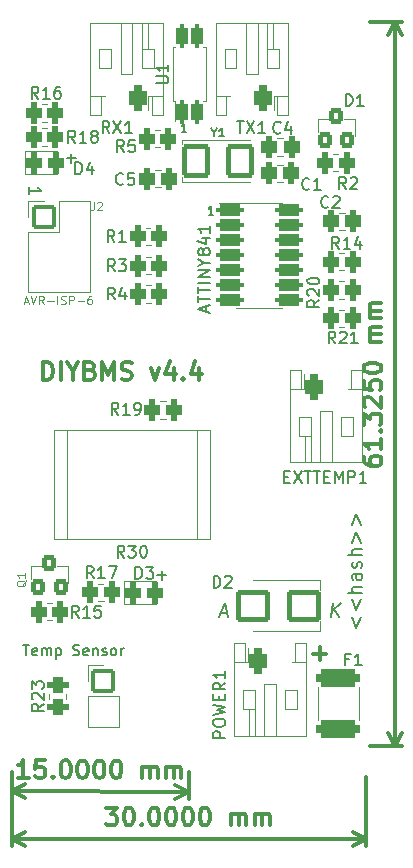
<source format=gbr>
%TF.GenerationSoftware,KiCad,Pcbnew,7.0.5-7.0.5~ubuntu20.04.1*%
%TF.CreationDate,2023-06-23T07:32:12+02:00*%
%TF.ProjectId,ModuleV440,4d6f6475-6c65-4563-9434-302e6b696361,rev?*%
%TF.SameCoordinates,Original*%
%TF.FileFunction,Legend,Top*%
%TF.FilePolarity,Positive*%
%FSLAX46Y46*%
G04 Gerber Fmt 4.6, Leading zero omitted, Abs format (unit mm)*
G04 Created by KiCad (PCBNEW 7.0.5-7.0.5~ubuntu20.04.1) date 2023-06-23 07:32:12*
%MOMM*%
%LPD*%
G01*
G04 APERTURE LIST*
G04 Aperture macros list*
%AMRoundRect*
0 Rectangle with rounded corners*
0 $1 Rounding radius*
0 $2 $3 $4 $5 $6 $7 $8 $9 X,Y pos of 4 corners*
0 Add a 4 corners polygon primitive as box body*
4,1,4,$2,$3,$4,$5,$6,$7,$8,$9,$2,$3,0*
0 Add four circle primitives for the rounded corners*
1,1,$1+$1,$2,$3*
1,1,$1+$1,$4,$5*
1,1,$1+$1,$6,$7*
1,1,$1+$1,$8,$9*
0 Add four rect primitives between the rounded corners*
20,1,$1+$1,$2,$3,$4,$5,0*
20,1,$1+$1,$4,$5,$6,$7,0*
20,1,$1+$1,$6,$7,$8,$9,0*
20,1,$1+$1,$8,$9,$2,$3,0*%
G04 Aperture macros list end*
%ADD10C,0.200000*%
%ADD11C,0.175000*%
%ADD12C,0.350000*%
%ADD13C,0.150000*%
%ADD14C,0.300000*%
%ADD15C,0.100000*%
%ADD16C,0.120000*%
%ADD17RoundRect,0.350000X0.150000X-0.662500X0.150000X0.662500X-0.150000X0.662500X-0.150000X-0.662500X0*%
%ADD18RoundRect,0.450000X0.350000X0.625000X-0.350000X0.625000X-0.350000X-0.625000X0.350000X-0.625000X0*%
%ADD19O,1.600000X2.150000*%
%ADD20C,3.600000*%
%ADD21RoundRect,0.450000X0.262500X0.450000X-0.262500X0.450000X-0.262500X-0.450000X0.262500X-0.450000X0*%
%ADD22RoundRect,0.450000X-0.350000X-0.625000X0.350000X-0.625000X0.350000X0.625000X-0.350000X0.625000X0*%
%ADD23RoundRect,0.200000X0.400000X-0.450000X0.400000X0.450000X-0.400000X0.450000X-0.400000X-0.450000X0*%
%ADD24RoundRect,0.443750X-0.243750X-0.456250X0.243750X-0.456250X0.243750X0.456250X-0.243750X0.456250X0*%
%ADD25RoundRect,0.350000X-0.825000X-0.150000X0.825000X-0.150000X0.825000X0.150000X-0.825000X0.150000X0*%
%ADD26RoundRect,0.450000X-0.262500X-0.450000X0.262500X-0.450000X0.262500X0.450000X-0.262500X0.450000X0*%
%ADD27RoundRect,0.450000X-0.250000X-0.475000X0.250000X-0.475000X0.250000X0.475000X-0.250000X0.475000X0*%
%ADD28RoundRect,0.450000X0.250000X0.475000X-0.250000X0.475000X-0.250000X-0.475000X0.250000X-0.475000X0*%
%ADD29RoundRect,0.450000X-1.450000X0.312500X-1.450000X-0.312500X1.450000X-0.312500X1.450000X0.312500X0*%
%ADD30RoundRect,0.450000X0.450000X-0.262500X0.450000X0.262500X-0.450000X0.262500X-0.450000X-0.262500X0*%
%ADD31RoundRect,0.200000X1.250000X1.150000X-1.250000X1.150000X-1.250000X-1.150000X1.250000X-1.150000X0*%
%ADD32RoundRect,0.200000X-0.850000X-0.850000X0.850000X-0.850000X0.850000X0.850000X-0.850000X0.850000X0*%
%ADD33O,2.100000X2.100000*%
%ADD34RoundRect,0.200000X-1.000000X-1.200000X1.000000X-1.200000X1.000000X1.200000X-1.000000X1.200000X0*%
%ADD35C,2.800000*%
G04 APERTURE END LIST*
D10*
X1477780Y46804286D02*
X1477780Y47375714D01*
X1477780Y47090000D02*
X2477780Y47090000D01*
X2477780Y47090000D02*
X2334923Y47185238D01*
X2334923Y47185238D02*
X2239685Y47280476D01*
X2239685Y47280476D02*
X2192066Y47375714D01*
D11*
X14775000Y52060267D02*
X14375000Y52060267D01*
X14575000Y52060267D02*
X14575000Y52760267D01*
X14575000Y52760267D02*
X14508333Y52660267D01*
X14508333Y52660267D02*
X14441667Y52593600D01*
X14441667Y52593600D02*
X14375000Y52560267D01*
D12*
X2636880Y31074272D02*
X2636880Y32574272D01*
X2636880Y32574272D02*
X2994023Y32574272D01*
X2994023Y32574272D02*
X3208309Y32502843D01*
X3208309Y32502843D02*
X3351166Y32359986D01*
X3351166Y32359986D02*
X3422595Y32217129D01*
X3422595Y32217129D02*
X3494023Y31931415D01*
X3494023Y31931415D02*
X3494023Y31717129D01*
X3494023Y31717129D02*
X3422595Y31431415D01*
X3422595Y31431415D02*
X3351166Y31288558D01*
X3351166Y31288558D02*
X3208309Y31145700D01*
X3208309Y31145700D02*
X2994023Y31074272D01*
X2994023Y31074272D02*
X2636880Y31074272D01*
X4136880Y31074272D02*
X4136880Y32574272D01*
X5136881Y31788558D02*
X5136881Y31074272D01*
X4636881Y32574272D02*
X5136881Y31788558D01*
X5136881Y31788558D02*
X5636881Y32574272D01*
X6636880Y31859986D02*
X6851166Y31788558D01*
X6851166Y31788558D02*
X6922595Y31717129D01*
X6922595Y31717129D02*
X6994023Y31574272D01*
X6994023Y31574272D02*
X6994023Y31359986D01*
X6994023Y31359986D02*
X6922595Y31217129D01*
X6922595Y31217129D02*
X6851166Y31145700D01*
X6851166Y31145700D02*
X6708309Y31074272D01*
X6708309Y31074272D02*
X6136880Y31074272D01*
X6136880Y31074272D02*
X6136880Y32574272D01*
X6136880Y32574272D02*
X6636880Y32574272D01*
X6636880Y32574272D02*
X6779738Y32502843D01*
X6779738Y32502843D02*
X6851166Y32431415D01*
X6851166Y32431415D02*
X6922595Y32288558D01*
X6922595Y32288558D02*
X6922595Y32145700D01*
X6922595Y32145700D02*
X6851166Y32002843D01*
X6851166Y32002843D02*
X6779738Y31931415D01*
X6779738Y31931415D02*
X6636880Y31859986D01*
X6636880Y31859986D02*
X6136880Y31859986D01*
X7636880Y31074272D02*
X7636880Y32574272D01*
X7636880Y32574272D02*
X8136880Y31502843D01*
X8136880Y31502843D02*
X8636880Y32574272D01*
X8636880Y32574272D02*
X8636880Y31074272D01*
X9279738Y31145700D02*
X9494024Y31074272D01*
X9494024Y31074272D02*
X9851166Y31074272D01*
X9851166Y31074272D02*
X9994024Y31145700D01*
X9994024Y31145700D02*
X10065452Y31217129D01*
X10065452Y31217129D02*
X10136881Y31359986D01*
X10136881Y31359986D02*
X10136881Y31502843D01*
X10136881Y31502843D02*
X10065452Y31645700D01*
X10065452Y31645700D02*
X9994024Y31717129D01*
X9994024Y31717129D02*
X9851166Y31788558D01*
X9851166Y31788558D02*
X9565452Y31859986D01*
X9565452Y31859986D02*
X9422595Y31931415D01*
X9422595Y31931415D02*
X9351166Y32002843D01*
X9351166Y32002843D02*
X9279738Y32145700D01*
X9279738Y32145700D02*
X9279738Y32288558D01*
X9279738Y32288558D02*
X9351166Y32431415D01*
X9351166Y32431415D02*
X9422595Y32502843D01*
X9422595Y32502843D02*
X9565452Y32574272D01*
X9565452Y32574272D02*
X9922595Y32574272D01*
X9922595Y32574272D02*
X10136881Y32502843D01*
X11779737Y32074272D02*
X12136880Y31074272D01*
X12136880Y31074272D02*
X12494023Y32074272D01*
X13708309Y32074272D02*
X13708309Y31074272D01*
X13351166Y32645700D02*
X12994023Y31574272D01*
X12994023Y31574272D02*
X13922594Y31574272D01*
X14494022Y31217129D02*
X14565451Y31145700D01*
X14565451Y31145700D02*
X14494022Y31074272D01*
X14494022Y31074272D02*
X14422594Y31145700D01*
X14422594Y31145700D02*
X14494022Y31217129D01*
X14494022Y31217129D02*
X14494022Y31074272D01*
X15851166Y32074272D02*
X15851166Y31074272D01*
X15494023Y32645700D02*
X15136880Y31574272D01*
X15136880Y31574272D02*
X16065451Y31574272D01*
D11*
X17050000Y45060267D02*
X16650000Y45060267D01*
X16850000Y45060267D02*
X16850000Y45760267D01*
X16850000Y45760267D02*
X16783333Y45660267D01*
X16783333Y45660267D02*
X16716667Y45593600D01*
X16716667Y45593600D02*
X16650000Y45560267D01*
D13*
X959398Y8641443D02*
X1473684Y8641443D01*
X1216541Y7741443D02*
X1216541Y8641443D01*
X2116540Y7784300D02*
X2030826Y7741443D01*
X2030826Y7741443D02*
X1859398Y7741443D01*
X1859398Y7741443D02*
X1773683Y7784300D01*
X1773683Y7784300D02*
X1730826Y7870015D01*
X1730826Y7870015D02*
X1730826Y8212872D01*
X1730826Y8212872D02*
X1773683Y8298586D01*
X1773683Y8298586D02*
X1859398Y8341443D01*
X1859398Y8341443D02*
X2030826Y8341443D01*
X2030826Y8341443D02*
X2116540Y8298586D01*
X2116540Y8298586D02*
X2159398Y8212872D01*
X2159398Y8212872D02*
X2159398Y8127158D01*
X2159398Y8127158D02*
X1730826Y8041443D01*
X2545112Y7741443D02*
X2545112Y8341443D01*
X2545112Y8255729D02*
X2587969Y8298586D01*
X2587969Y8298586D02*
X2673684Y8341443D01*
X2673684Y8341443D02*
X2802255Y8341443D01*
X2802255Y8341443D02*
X2887969Y8298586D01*
X2887969Y8298586D02*
X2930827Y8212872D01*
X2930827Y8212872D02*
X2930827Y7741443D01*
X2930827Y8212872D02*
X2973684Y8298586D01*
X2973684Y8298586D02*
X3059398Y8341443D01*
X3059398Y8341443D02*
X3187969Y8341443D01*
X3187969Y8341443D02*
X3273684Y8298586D01*
X3273684Y8298586D02*
X3316541Y8212872D01*
X3316541Y8212872D02*
X3316541Y7741443D01*
X3745112Y8341443D02*
X3745112Y7441443D01*
X3745112Y8298586D02*
X3830827Y8341443D01*
X3830827Y8341443D02*
X4002255Y8341443D01*
X4002255Y8341443D02*
X4087969Y8298586D01*
X4087969Y8298586D02*
X4130827Y8255729D01*
X4130827Y8255729D02*
X4173684Y8170015D01*
X4173684Y8170015D02*
X4173684Y7912872D01*
X4173684Y7912872D02*
X4130827Y7827158D01*
X4130827Y7827158D02*
X4087969Y7784300D01*
X4087969Y7784300D02*
X4002255Y7741443D01*
X4002255Y7741443D02*
X3830827Y7741443D01*
X3830827Y7741443D02*
X3745112Y7784300D01*
X5202255Y7784300D02*
X5330827Y7741443D01*
X5330827Y7741443D02*
X5545112Y7741443D01*
X5545112Y7741443D02*
X5630827Y7784300D01*
X5630827Y7784300D02*
X5673684Y7827158D01*
X5673684Y7827158D02*
X5716541Y7912872D01*
X5716541Y7912872D02*
X5716541Y7998586D01*
X5716541Y7998586D02*
X5673684Y8084300D01*
X5673684Y8084300D02*
X5630827Y8127158D01*
X5630827Y8127158D02*
X5545112Y8170015D01*
X5545112Y8170015D02*
X5373684Y8212872D01*
X5373684Y8212872D02*
X5287969Y8255729D01*
X5287969Y8255729D02*
X5245112Y8298586D01*
X5245112Y8298586D02*
X5202255Y8384300D01*
X5202255Y8384300D02*
X5202255Y8470015D01*
X5202255Y8470015D02*
X5245112Y8555729D01*
X5245112Y8555729D02*
X5287969Y8598586D01*
X5287969Y8598586D02*
X5373684Y8641443D01*
X5373684Y8641443D02*
X5587969Y8641443D01*
X5587969Y8641443D02*
X5716541Y8598586D01*
X6445112Y7784300D02*
X6359398Y7741443D01*
X6359398Y7741443D02*
X6187970Y7741443D01*
X6187970Y7741443D02*
X6102255Y7784300D01*
X6102255Y7784300D02*
X6059398Y7870015D01*
X6059398Y7870015D02*
X6059398Y8212872D01*
X6059398Y8212872D02*
X6102255Y8298586D01*
X6102255Y8298586D02*
X6187970Y8341443D01*
X6187970Y8341443D02*
X6359398Y8341443D01*
X6359398Y8341443D02*
X6445112Y8298586D01*
X6445112Y8298586D02*
X6487970Y8212872D01*
X6487970Y8212872D02*
X6487970Y8127158D01*
X6487970Y8127158D02*
X6059398Y8041443D01*
X6873684Y8341443D02*
X6873684Y7741443D01*
X6873684Y8255729D02*
X6916541Y8298586D01*
X6916541Y8298586D02*
X7002256Y8341443D01*
X7002256Y8341443D02*
X7130827Y8341443D01*
X7130827Y8341443D02*
X7216541Y8298586D01*
X7216541Y8298586D02*
X7259399Y8212872D01*
X7259399Y8212872D02*
X7259399Y7741443D01*
X7645113Y7784300D02*
X7730827Y7741443D01*
X7730827Y7741443D02*
X7902256Y7741443D01*
X7902256Y7741443D02*
X7987970Y7784300D01*
X7987970Y7784300D02*
X8030827Y7870015D01*
X8030827Y7870015D02*
X8030827Y7912872D01*
X8030827Y7912872D02*
X7987970Y7998586D01*
X7987970Y7998586D02*
X7902256Y8041443D01*
X7902256Y8041443D02*
X7773685Y8041443D01*
X7773685Y8041443D02*
X7687970Y8084300D01*
X7687970Y8084300D02*
X7645113Y8170015D01*
X7645113Y8170015D02*
X7645113Y8212872D01*
X7645113Y8212872D02*
X7687970Y8298586D01*
X7687970Y8298586D02*
X7773685Y8341443D01*
X7773685Y8341443D02*
X7902256Y8341443D01*
X7902256Y8341443D02*
X7987970Y8298586D01*
X8545113Y7741443D02*
X8459398Y7784300D01*
X8459398Y7784300D02*
X8416541Y7827158D01*
X8416541Y7827158D02*
X8373684Y7912872D01*
X8373684Y7912872D02*
X8373684Y8170015D01*
X8373684Y8170015D02*
X8416541Y8255729D01*
X8416541Y8255729D02*
X8459398Y8298586D01*
X8459398Y8298586D02*
X8545113Y8341443D01*
X8545113Y8341443D02*
X8673684Y8341443D01*
X8673684Y8341443D02*
X8759398Y8298586D01*
X8759398Y8298586D02*
X8802256Y8255729D01*
X8802256Y8255729D02*
X8845113Y8170015D01*
X8845113Y8170015D02*
X8845113Y7912872D01*
X8845113Y7912872D02*
X8802256Y7827158D01*
X8802256Y7827158D02*
X8759398Y7784300D01*
X8759398Y7784300D02*
X8673684Y7741443D01*
X8673684Y7741443D02*
X8545113Y7741443D01*
X9230827Y7741443D02*
X9230827Y8341443D01*
X9230827Y8170015D02*
X9273684Y8255729D01*
X9273684Y8255729D02*
X9316542Y8298586D01*
X9316542Y8298586D02*
X9402256Y8341443D01*
X9402256Y8341443D02*
X9487970Y8341443D01*
D10*
X5028733Y50210952D02*
X5028733Y49449047D01*
X4647780Y49830000D02*
X5409685Y49830000D01*
X12668733Y14910952D02*
X12668733Y14149047D01*
X12287780Y14530000D02*
X13049685Y14530000D01*
D13*
X17650000Y11345515D02*
X18221429Y11345515D01*
X17492857Y11002658D02*
X18042857Y12202658D01*
X18042857Y12202658D02*
X18292857Y11002658D01*
X26998571Y11002658D02*
X27148571Y12202658D01*
X27684285Y11002658D02*
X27255714Y11688372D01*
X27834285Y12202658D02*
X27062857Y11516943D01*
X28830342Y10995889D02*
X29173200Y10081604D01*
X29173200Y10081604D02*
X29516057Y10995889D01*
X28830342Y12481603D02*
X29173200Y11567318D01*
X29173200Y11567318D02*
X29516057Y12481603D01*
X29630342Y13053032D02*
X28430342Y13053032D01*
X29630342Y13567317D02*
X29001771Y13567317D01*
X29001771Y13567317D02*
X28887485Y13510175D01*
X28887485Y13510175D02*
X28830342Y13395889D01*
X28830342Y13395889D02*
X28830342Y13224460D01*
X28830342Y13224460D02*
X28887485Y13110175D01*
X28887485Y13110175D02*
X28944628Y13053032D01*
X29630342Y14653031D02*
X29001771Y14653031D01*
X29001771Y14653031D02*
X28887485Y14595889D01*
X28887485Y14595889D02*
X28830342Y14481603D01*
X28830342Y14481603D02*
X28830342Y14253031D01*
X28830342Y14253031D02*
X28887485Y14138746D01*
X29573200Y14653031D02*
X29630342Y14538746D01*
X29630342Y14538746D02*
X29630342Y14253031D01*
X29630342Y14253031D02*
X29573200Y14138746D01*
X29573200Y14138746D02*
X29458914Y14081603D01*
X29458914Y14081603D02*
X29344628Y14081603D01*
X29344628Y14081603D02*
X29230342Y14138746D01*
X29230342Y14138746D02*
X29173200Y14253031D01*
X29173200Y14253031D02*
X29173200Y14538746D01*
X29173200Y14538746D02*
X29116057Y14653031D01*
X29573200Y15167317D02*
X29630342Y15281603D01*
X29630342Y15281603D02*
X29630342Y15510174D01*
X29630342Y15510174D02*
X29573200Y15624460D01*
X29573200Y15624460D02*
X29458914Y15681603D01*
X29458914Y15681603D02*
X29401771Y15681603D01*
X29401771Y15681603D02*
X29287485Y15624460D01*
X29287485Y15624460D02*
X29230342Y15510174D01*
X29230342Y15510174D02*
X29230342Y15338745D01*
X29230342Y15338745D02*
X29173200Y15224460D01*
X29173200Y15224460D02*
X29058914Y15167317D01*
X29058914Y15167317D02*
X29001771Y15167317D01*
X29001771Y15167317D02*
X28887485Y15224460D01*
X28887485Y15224460D02*
X28830342Y15338745D01*
X28830342Y15338745D02*
X28830342Y15510174D01*
X28830342Y15510174D02*
X28887485Y15624460D01*
X29630342Y16195889D02*
X28430342Y16195889D01*
X29630342Y16710174D02*
X29001771Y16710174D01*
X29001771Y16710174D02*
X28887485Y16653032D01*
X28887485Y16653032D02*
X28830342Y16538746D01*
X28830342Y16538746D02*
X28830342Y16367317D01*
X28830342Y16367317D02*
X28887485Y16253032D01*
X28887485Y16253032D02*
X28944628Y16195889D01*
X28830342Y17281603D02*
X29173200Y18195888D01*
X29173200Y18195888D02*
X29516057Y17281603D01*
X28830342Y18767317D02*
X29173200Y19681602D01*
X29173200Y19681602D02*
X29516057Y18767317D01*
D14*
X25478571Y7893100D02*
X26621429Y7893100D01*
X26050000Y7321672D02*
X26050000Y8464529D01*
X7975001Y-5153328D02*
X8903573Y-5153328D01*
X8903573Y-5153328D02*
X8403573Y-5724757D01*
X8403573Y-5724757D02*
X8617858Y-5724757D01*
X8617858Y-5724757D02*
X8760716Y-5796185D01*
X8760716Y-5796185D02*
X8832144Y-5867614D01*
X8832144Y-5867614D02*
X8903573Y-6010471D01*
X8903573Y-6010471D02*
X8903573Y-6367614D01*
X8903573Y-6367614D02*
X8832144Y-6510471D01*
X8832144Y-6510471D02*
X8760716Y-6581900D01*
X8760716Y-6581900D02*
X8617858Y-6653328D01*
X8617858Y-6653328D02*
X8189287Y-6653328D01*
X8189287Y-6653328D02*
X8046430Y-6581900D01*
X8046430Y-6581900D02*
X7975001Y-6510471D01*
X9832144Y-5153328D02*
X9975001Y-5153328D01*
X9975001Y-5153328D02*
X10117858Y-5224757D01*
X10117858Y-5224757D02*
X10189287Y-5296185D01*
X10189287Y-5296185D02*
X10260715Y-5439042D01*
X10260715Y-5439042D02*
X10332144Y-5724757D01*
X10332144Y-5724757D02*
X10332144Y-6081900D01*
X10332144Y-6081900D02*
X10260715Y-6367614D01*
X10260715Y-6367614D02*
X10189287Y-6510471D01*
X10189287Y-6510471D02*
X10117858Y-6581900D01*
X10117858Y-6581900D02*
X9975001Y-6653328D01*
X9975001Y-6653328D02*
X9832144Y-6653328D01*
X9832144Y-6653328D02*
X9689287Y-6581900D01*
X9689287Y-6581900D02*
X9617858Y-6510471D01*
X9617858Y-6510471D02*
X9546429Y-6367614D01*
X9546429Y-6367614D02*
X9475001Y-6081900D01*
X9475001Y-6081900D02*
X9475001Y-5724757D01*
X9475001Y-5724757D02*
X9546429Y-5439042D01*
X9546429Y-5439042D02*
X9617858Y-5296185D01*
X9617858Y-5296185D02*
X9689287Y-5224757D01*
X9689287Y-5224757D02*
X9832144Y-5153328D01*
X10975000Y-6510471D02*
X11046429Y-6581900D01*
X11046429Y-6581900D02*
X10975000Y-6653328D01*
X10975000Y-6653328D02*
X10903572Y-6581900D01*
X10903572Y-6581900D02*
X10975000Y-6510471D01*
X10975000Y-6510471D02*
X10975000Y-6653328D01*
X11975001Y-5153328D02*
X12117858Y-5153328D01*
X12117858Y-5153328D02*
X12260715Y-5224757D01*
X12260715Y-5224757D02*
X12332144Y-5296185D01*
X12332144Y-5296185D02*
X12403572Y-5439042D01*
X12403572Y-5439042D02*
X12475001Y-5724757D01*
X12475001Y-5724757D02*
X12475001Y-6081900D01*
X12475001Y-6081900D02*
X12403572Y-6367614D01*
X12403572Y-6367614D02*
X12332144Y-6510471D01*
X12332144Y-6510471D02*
X12260715Y-6581900D01*
X12260715Y-6581900D02*
X12117858Y-6653328D01*
X12117858Y-6653328D02*
X11975001Y-6653328D01*
X11975001Y-6653328D02*
X11832144Y-6581900D01*
X11832144Y-6581900D02*
X11760715Y-6510471D01*
X11760715Y-6510471D02*
X11689286Y-6367614D01*
X11689286Y-6367614D02*
X11617858Y-6081900D01*
X11617858Y-6081900D02*
X11617858Y-5724757D01*
X11617858Y-5724757D02*
X11689286Y-5439042D01*
X11689286Y-5439042D02*
X11760715Y-5296185D01*
X11760715Y-5296185D02*
X11832144Y-5224757D01*
X11832144Y-5224757D02*
X11975001Y-5153328D01*
X13403572Y-5153328D02*
X13546429Y-5153328D01*
X13546429Y-5153328D02*
X13689286Y-5224757D01*
X13689286Y-5224757D02*
X13760715Y-5296185D01*
X13760715Y-5296185D02*
X13832143Y-5439042D01*
X13832143Y-5439042D02*
X13903572Y-5724757D01*
X13903572Y-5724757D02*
X13903572Y-6081900D01*
X13903572Y-6081900D02*
X13832143Y-6367614D01*
X13832143Y-6367614D02*
X13760715Y-6510471D01*
X13760715Y-6510471D02*
X13689286Y-6581900D01*
X13689286Y-6581900D02*
X13546429Y-6653328D01*
X13546429Y-6653328D02*
X13403572Y-6653328D01*
X13403572Y-6653328D02*
X13260715Y-6581900D01*
X13260715Y-6581900D02*
X13189286Y-6510471D01*
X13189286Y-6510471D02*
X13117857Y-6367614D01*
X13117857Y-6367614D02*
X13046429Y-6081900D01*
X13046429Y-6081900D02*
X13046429Y-5724757D01*
X13046429Y-5724757D02*
X13117857Y-5439042D01*
X13117857Y-5439042D02*
X13189286Y-5296185D01*
X13189286Y-5296185D02*
X13260715Y-5224757D01*
X13260715Y-5224757D02*
X13403572Y-5153328D01*
X14832143Y-5153328D02*
X14975000Y-5153328D01*
X14975000Y-5153328D02*
X15117857Y-5224757D01*
X15117857Y-5224757D02*
X15189286Y-5296185D01*
X15189286Y-5296185D02*
X15260714Y-5439042D01*
X15260714Y-5439042D02*
X15332143Y-5724757D01*
X15332143Y-5724757D02*
X15332143Y-6081900D01*
X15332143Y-6081900D02*
X15260714Y-6367614D01*
X15260714Y-6367614D02*
X15189286Y-6510471D01*
X15189286Y-6510471D02*
X15117857Y-6581900D01*
X15117857Y-6581900D02*
X14975000Y-6653328D01*
X14975000Y-6653328D02*
X14832143Y-6653328D01*
X14832143Y-6653328D02*
X14689286Y-6581900D01*
X14689286Y-6581900D02*
X14617857Y-6510471D01*
X14617857Y-6510471D02*
X14546428Y-6367614D01*
X14546428Y-6367614D02*
X14475000Y-6081900D01*
X14475000Y-6081900D02*
X14475000Y-5724757D01*
X14475000Y-5724757D02*
X14546428Y-5439042D01*
X14546428Y-5439042D02*
X14617857Y-5296185D01*
X14617857Y-5296185D02*
X14689286Y-5224757D01*
X14689286Y-5224757D02*
X14832143Y-5153328D01*
X16260714Y-5153328D02*
X16403571Y-5153328D01*
X16403571Y-5153328D02*
X16546428Y-5224757D01*
X16546428Y-5224757D02*
X16617857Y-5296185D01*
X16617857Y-5296185D02*
X16689285Y-5439042D01*
X16689285Y-5439042D02*
X16760714Y-5724757D01*
X16760714Y-5724757D02*
X16760714Y-6081900D01*
X16760714Y-6081900D02*
X16689285Y-6367614D01*
X16689285Y-6367614D02*
X16617857Y-6510471D01*
X16617857Y-6510471D02*
X16546428Y-6581900D01*
X16546428Y-6581900D02*
X16403571Y-6653328D01*
X16403571Y-6653328D02*
X16260714Y-6653328D01*
X16260714Y-6653328D02*
X16117857Y-6581900D01*
X16117857Y-6581900D02*
X16046428Y-6510471D01*
X16046428Y-6510471D02*
X15974999Y-6367614D01*
X15974999Y-6367614D02*
X15903571Y-6081900D01*
X15903571Y-6081900D02*
X15903571Y-5724757D01*
X15903571Y-5724757D02*
X15974999Y-5439042D01*
X15974999Y-5439042D02*
X16046428Y-5296185D01*
X16046428Y-5296185D02*
X16117857Y-5224757D01*
X16117857Y-5224757D02*
X16260714Y-5153328D01*
X18546427Y-6653328D02*
X18546427Y-5653328D01*
X18546427Y-5796185D02*
X18617856Y-5724757D01*
X18617856Y-5724757D02*
X18760713Y-5653328D01*
X18760713Y-5653328D02*
X18974999Y-5653328D01*
X18974999Y-5653328D02*
X19117856Y-5724757D01*
X19117856Y-5724757D02*
X19189285Y-5867614D01*
X19189285Y-5867614D02*
X19189285Y-6653328D01*
X19189285Y-5867614D02*
X19260713Y-5724757D01*
X19260713Y-5724757D02*
X19403570Y-5653328D01*
X19403570Y-5653328D02*
X19617856Y-5653328D01*
X19617856Y-5653328D02*
X19760713Y-5724757D01*
X19760713Y-5724757D02*
X19832142Y-5867614D01*
X19832142Y-5867614D02*
X19832142Y-6653328D01*
X20546427Y-6653328D02*
X20546427Y-5653328D01*
X20546427Y-5796185D02*
X20617856Y-5724757D01*
X20617856Y-5724757D02*
X20760713Y-5653328D01*
X20760713Y-5653328D02*
X20974999Y-5653328D01*
X20974999Y-5653328D02*
X21117856Y-5724757D01*
X21117856Y-5724757D02*
X21189285Y-5867614D01*
X21189285Y-5867614D02*
X21189285Y-6653328D01*
X21189285Y-5867614D02*
X21260713Y-5724757D01*
X21260713Y-5724757D02*
X21403570Y-5653328D01*
X21403570Y-5653328D02*
X21617856Y-5653328D01*
X21617856Y-5653328D02*
X21760713Y-5724757D01*
X21760713Y-5724757D02*
X21832142Y-5867614D01*
X21832142Y-5867614D02*
X21832142Y-6653328D01*
X29975000Y-2600000D02*
X29975000Y-8361420D01*
X-25000Y-2600000D02*
X-25000Y-8361420D01*
X29975000Y-7775000D02*
X-25000Y-7775000D01*
X29975000Y-7775000D02*
X-25000Y-7775000D01*
X29975000Y-7775000D02*
X28848496Y-8361421D01*
X29975000Y-7775000D02*
X28848496Y-7188579D01*
X-25000Y-7775000D02*
X1101504Y-7188579D01*
X-25000Y-7775000D02*
X1101504Y-8361421D01*
X29778328Y24498216D02*
X29778328Y24212502D01*
X29778328Y24212502D02*
X29849757Y24069645D01*
X29849757Y24069645D02*
X29921185Y23998216D01*
X29921185Y23998216D02*
X30135471Y23855359D01*
X30135471Y23855359D02*
X30421185Y23783931D01*
X30421185Y23783931D02*
X30992614Y23783931D01*
X30992614Y23783931D02*
X31135471Y23855359D01*
X31135471Y23855359D02*
X31206900Y23926788D01*
X31206900Y23926788D02*
X31278328Y24069645D01*
X31278328Y24069645D02*
X31278328Y24355359D01*
X31278328Y24355359D02*
X31206900Y24498216D01*
X31206900Y24498216D02*
X31135471Y24569645D01*
X31135471Y24569645D02*
X30992614Y24641074D01*
X30992614Y24641074D02*
X30635471Y24641074D01*
X30635471Y24641074D02*
X30492614Y24569645D01*
X30492614Y24569645D02*
X30421185Y24498216D01*
X30421185Y24498216D02*
X30349757Y24355359D01*
X30349757Y24355359D02*
X30349757Y24069645D01*
X30349757Y24069645D02*
X30421185Y23926788D01*
X30421185Y23926788D02*
X30492614Y23855359D01*
X30492614Y23855359D02*
X30635471Y23783931D01*
X31278328Y26069645D02*
X31278328Y25212502D01*
X31278328Y25641073D02*
X29778328Y25641073D01*
X29778328Y25641073D02*
X29992614Y25498216D01*
X29992614Y25498216D02*
X30135471Y25355359D01*
X30135471Y25355359D02*
X30206900Y25212502D01*
X31135471Y26712501D02*
X31206900Y26783930D01*
X31206900Y26783930D02*
X31278328Y26712501D01*
X31278328Y26712501D02*
X31206900Y26641073D01*
X31206900Y26641073D02*
X31135471Y26712501D01*
X31135471Y26712501D02*
X31278328Y26712501D01*
X29778328Y27283930D02*
X29778328Y28212502D01*
X29778328Y28212502D02*
X30349757Y27712502D01*
X30349757Y27712502D02*
X30349757Y27926787D01*
X30349757Y27926787D02*
X30421185Y28069644D01*
X30421185Y28069644D02*
X30492614Y28141073D01*
X30492614Y28141073D02*
X30635471Y28212502D01*
X30635471Y28212502D02*
X30992614Y28212502D01*
X30992614Y28212502D02*
X31135471Y28141073D01*
X31135471Y28141073D02*
X31206900Y28069644D01*
X31206900Y28069644D02*
X31278328Y27926787D01*
X31278328Y27926787D02*
X31278328Y27498216D01*
X31278328Y27498216D02*
X31206900Y27355359D01*
X31206900Y27355359D02*
X31135471Y27283930D01*
X29921185Y28783930D02*
X29849757Y28855358D01*
X29849757Y28855358D02*
X29778328Y28998215D01*
X29778328Y28998215D02*
X29778328Y29355358D01*
X29778328Y29355358D02*
X29849757Y29498215D01*
X29849757Y29498215D02*
X29921185Y29569644D01*
X29921185Y29569644D02*
X30064042Y29641073D01*
X30064042Y29641073D02*
X30206900Y29641073D01*
X30206900Y29641073D02*
X30421185Y29569644D01*
X30421185Y29569644D02*
X31278328Y28712501D01*
X31278328Y28712501D02*
X31278328Y29641073D01*
X29778328Y30998215D02*
X29778328Y30283929D01*
X29778328Y30283929D02*
X30492614Y30212501D01*
X30492614Y30212501D02*
X30421185Y30283929D01*
X30421185Y30283929D02*
X30349757Y30426786D01*
X30349757Y30426786D02*
X30349757Y30783929D01*
X30349757Y30783929D02*
X30421185Y30926786D01*
X30421185Y30926786D02*
X30492614Y30998215D01*
X30492614Y30998215D02*
X30635471Y31069644D01*
X30635471Y31069644D02*
X30992614Y31069644D01*
X30992614Y31069644D02*
X31135471Y30998215D01*
X31135471Y30998215D02*
X31206900Y30926786D01*
X31206900Y30926786D02*
X31278328Y30783929D01*
X31278328Y30783929D02*
X31278328Y30426786D01*
X31278328Y30426786D02*
X31206900Y30283929D01*
X31206900Y30283929D02*
X31135471Y30212501D01*
X29778328Y31998215D02*
X29778328Y32141072D01*
X29778328Y32141072D02*
X29849757Y32283929D01*
X29849757Y32283929D02*
X29921185Y32355357D01*
X29921185Y32355357D02*
X30064042Y32426786D01*
X30064042Y32426786D02*
X30349757Y32498215D01*
X30349757Y32498215D02*
X30706900Y32498215D01*
X30706900Y32498215D02*
X30992614Y32426786D01*
X30992614Y32426786D02*
X31135471Y32355357D01*
X31135471Y32355357D02*
X31206900Y32283929D01*
X31206900Y32283929D02*
X31278328Y32141072D01*
X31278328Y32141072D02*
X31278328Y31998215D01*
X31278328Y31998215D02*
X31206900Y31855357D01*
X31206900Y31855357D02*
X31135471Y31783929D01*
X31135471Y31783929D02*
X30992614Y31712500D01*
X30992614Y31712500D02*
X30706900Y31641072D01*
X30706900Y31641072D02*
X30349757Y31641072D01*
X30349757Y31641072D02*
X30064042Y31712500D01*
X30064042Y31712500D02*
X29921185Y31783929D01*
X29921185Y31783929D02*
X29849757Y31855357D01*
X29849757Y31855357D02*
X29778328Y31998215D01*
X31278328Y34283928D02*
X30278328Y34283928D01*
X30421185Y34283928D02*
X30349757Y34355357D01*
X30349757Y34355357D02*
X30278328Y34498214D01*
X30278328Y34498214D02*
X30278328Y34712500D01*
X30278328Y34712500D02*
X30349757Y34855357D01*
X30349757Y34855357D02*
X30492614Y34926785D01*
X30492614Y34926785D02*
X31278328Y34926785D01*
X30492614Y34926785D02*
X30349757Y34998214D01*
X30349757Y34998214D02*
X30278328Y35141071D01*
X30278328Y35141071D02*
X30278328Y35355357D01*
X30278328Y35355357D02*
X30349757Y35498214D01*
X30349757Y35498214D02*
X30492614Y35569643D01*
X30492614Y35569643D02*
X31278328Y35569643D01*
X31278328Y36283928D02*
X30278328Y36283928D01*
X30421185Y36283928D02*
X30349757Y36355357D01*
X30349757Y36355357D02*
X30278328Y36498214D01*
X30278328Y36498214D02*
X30278328Y36712500D01*
X30278328Y36712500D02*
X30349757Y36855357D01*
X30349757Y36855357D02*
X30492614Y36926785D01*
X30492614Y36926785D02*
X31278328Y36926785D01*
X30492614Y36926785D02*
X30349757Y36998214D01*
X30349757Y36998214D02*
X30278328Y37141071D01*
X30278328Y37141071D02*
X30278328Y37355357D01*
X30278328Y37355357D02*
X30349757Y37498214D01*
X30349757Y37498214D02*
X30492614Y37569643D01*
X30492614Y37569643D02*
X31278328Y37569643D01*
X30300000Y50000D02*
X32986420Y50000D01*
X30300000Y61375000D02*
X32986420Y61375000D01*
X32400000Y50000D02*
X32400000Y61375000D01*
X32400000Y50000D02*
X32400000Y61375000D01*
X32400000Y50000D02*
X31813579Y1176504D01*
X32400000Y50000D02*
X32986421Y1176504D01*
X32400000Y61375000D02*
X32986421Y60248496D01*
X32400000Y61375000D02*
X31813579Y60248496D01*
X1405451Y-2655710D02*
X548309Y-2654282D01*
X976880Y-2654996D02*
X979380Y-1154998D01*
X979380Y-1154998D02*
X836166Y-1369045D01*
X836166Y-1369045D02*
X693071Y-1511664D01*
X693071Y-1511664D02*
X550095Y-1582854D01*
X2765091Y-1157974D02*
X2050806Y-1156784D01*
X2050806Y-1156784D02*
X1978187Y-1870949D01*
X1978187Y-1870949D02*
X2049735Y-1799640D01*
X2049735Y-1799640D02*
X2192711Y-1728449D01*
X2192711Y-1728449D02*
X2549853Y-1729045D01*
X2549853Y-1729045D02*
X2692591Y-1800711D01*
X2692591Y-1800711D02*
X2763901Y-1872259D01*
X2763901Y-1872259D02*
X2835091Y-2015235D01*
X2835091Y-2015235D02*
X2834496Y-2372377D01*
X2834496Y-2372377D02*
X2762829Y-2515115D01*
X2762829Y-2515115D02*
X2691282Y-2586424D01*
X2691282Y-2586424D02*
X2548306Y-2657615D01*
X2548306Y-2657615D02*
X2191163Y-2657020D01*
X2191163Y-2657020D02*
X2048425Y-2585353D01*
X2048425Y-2585353D02*
X1977116Y-2513806D01*
X3477113Y-2516306D02*
X3548423Y-2587853D01*
X3548423Y-2587853D02*
X3476875Y-2659162D01*
X3476875Y-2659162D02*
X3405566Y-2587615D01*
X3405566Y-2587615D02*
X3477113Y-2516306D01*
X3477113Y-2516306D02*
X3476875Y-2659162D01*
X4479374Y-1160831D02*
X4622231Y-1161069D01*
X4622231Y-1161069D02*
X4764969Y-1232736D01*
X4764969Y-1232736D02*
X4836279Y-1304283D01*
X4836279Y-1304283D02*
X4907469Y-1447259D01*
X4907469Y-1447259D02*
X4978421Y-1733092D01*
X4978421Y-1733092D02*
X4977826Y-2090235D01*
X4977826Y-2090235D02*
X4905921Y-2375830D01*
X4905921Y-2375830D02*
X4834255Y-2518567D01*
X4834255Y-2518567D02*
X4762707Y-2589877D01*
X4762707Y-2589877D02*
X4619731Y-2661067D01*
X4619731Y-2661067D02*
X4476874Y-2660829D01*
X4476874Y-2660829D02*
X4334136Y-2589163D01*
X4334136Y-2589163D02*
X4262827Y-2517615D01*
X4262827Y-2517615D02*
X4191637Y-2374639D01*
X4191637Y-2374639D02*
X4120684Y-2088806D01*
X4120684Y-2088806D02*
X4121280Y-1731664D01*
X4121280Y-1731664D02*
X4193184Y-1446069D01*
X4193184Y-1446069D02*
X4264851Y-1303331D01*
X4264851Y-1303331D02*
X4336398Y-1232022D01*
X4336398Y-1232022D02*
X4479374Y-1160831D01*
X5907943Y-1163212D02*
X6050800Y-1163450D01*
X6050800Y-1163450D02*
X6193538Y-1235117D01*
X6193538Y-1235117D02*
X6264848Y-1306664D01*
X6264848Y-1306664D02*
X6336038Y-1449640D01*
X6336038Y-1449640D02*
X6406990Y-1735473D01*
X6406990Y-1735473D02*
X6406395Y-2092616D01*
X6406395Y-2092616D02*
X6334490Y-2378210D01*
X6334490Y-2378210D02*
X6262824Y-2520948D01*
X6262824Y-2520948D02*
X6191276Y-2592258D01*
X6191276Y-2592258D02*
X6048300Y-2663448D01*
X6048300Y-2663448D02*
X5905443Y-2663210D01*
X5905443Y-2663210D02*
X5762705Y-2591544D01*
X5762705Y-2591544D02*
X5691396Y-2519996D01*
X5691396Y-2519996D02*
X5620206Y-2377020D01*
X5620206Y-2377020D02*
X5549253Y-2091187D01*
X5549253Y-2091187D02*
X5549849Y-1734045D01*
X5549849Y-1734045D02*
X5621753Y-1448450D01*
X5621753Y-1448450D02*
X5693420Y-1305712D01*
X5693420Y-1305712D02*
X5764967Y-1234403D01*
X5764967Y-1234403D02*
X5907943Y-1163212D01*
X7336512Y-1165593D02*
X7479369Y-1165831D01*
X7479369Y-1165831D02*
X7622107Y-1237498D01*
X7622107Y-1237498D02*
X7693417Y-1309045D01*
X7693417Y-1309045D02*
X7764607Y-1452021D01*
X7764607Y-1452021D02*
X7835559Y-1737854D01*
X7835559Y-1737854D02*
X7834964Y-2094997D01*
X7834964Y-2094997D02*
X7763059Y-2380591D01*
X7763059Y-2380591D02*
X7691393Y-2523329D01*
X7691393Y-2523329D02*
X7619845Y-2594639D01*
X7619845Y-2594639D02*
X7476869Y-2665829D01*
X7476869Y-2665829D02*
X7334012Y-2665591D01*
X7334012Y-2665591D02*
X7191274Y-2593924D01*
X7191274Y-2593924D02*
X7119965Y-2522377D01*
X7119965Y-2522377D02*
X7048775Y-2379401D01*
X7048775Y-2379401D02*
X6977822Y-2093568D01*
X6977822Y-2093568D02*
X6978418Y-1736426D01*
X6978418Y-1736426D02*
X7050322Y-1450831D01*
X7050322Y-1450831D02*
X7121989Y-1308093D01*
X7121989Y-1308093D02*
X7193536Y-1236783D01*
X7193536Y-1236783D02*
X7336512Y-1165593D01*
X8765081Y-1167974D02*
X8907938Y-1168212D01*
X8907938Y-1168212D02*
X9050676Y-1239879D01*
X9050676Y-1239879D02*
X9121986Y-1311426D01*
X9121986Y-1311426D02*
X9193176Y-1454402D01*
X9193176Y-1454402D02*
X9264128Y-1740235D01*
X9264128Y-1740235D02*
X9263533Y-2097378D01*
X9263533Y-2097378D02*
X9191628Y-2382972D01*
X9191628Y-2382972D02*
X9119962Y-2525710D01*
X9119962Y-2525710D02*
X9048414Y-2597020D01*
X9048414Y-2597020D02*
X8905438Y-2668210D01*
X8905438Y-2668210D02*
X8762581Y-2667972D01*
X8762581Y-2667972D02*
X8619843Y-2596305D01*
X8619843Y-2596305D02*
X8548534Y-2524758D01*
X8548534Y-2524758D02*
X8477344Y-2381782D01*
X8477344Y-2381782D02*
X8406391Y-2095949D01*
X8406391Y-2095949D02*
X8406987Y-1738807D01*
X8406987Y-1738807D02*
X8478891Y-1453212D01*
X8478891Y-1453212D02*
X8550558Y-1310474D01*
X8550558Y-1310474D02*
X8622105Y-1239164D01*
X8622105Y-1239164D02*
X8765081Y-1167974D01*
X11048292Y-2671782D02*
X11049959Y-1671783D01*
X11049720Y-1814640D02*
X11121268Y-1743330D01*
X11121268Y-1743330D02*
X11264244Y-1672140D01*
X11264244Y-1672140D02*
X11478529Y-1672497D01*
X11478529Y-1672497D02*
X11621267Y-1744164D01*
X11621267Y-1744164D02*
X11692458Y-1887140D01*
X11692458Y-1887140D02*
X11691148Y-2672853D01*
X11692458Y-1887140D02*
X11764124Y-1744402D01*
X11764124Y-1744402D02*
X11907100Y-1673211D01*
X11907100Y-1673211D02*
X12121386Y-1673569D01*
X12121386Y-1673569D02*
X12264123Y-1745235D01*
X12264123Y-1745235D02*
X12335314Y-1888211D01*
X12335314Y-1888211D02*
X12334004Y-2673924D01*
X13048289Y-2675115D02*
X13049956Y-1675116D01*
X13049718Y-1817973D02*
X13121265Y-1746664D01*
X13121265Y-1746664D02*
X13264241Y-1675473D01*
X13264241Y-1675473D02*
X13478527Y-1675831D01*
X13478527Y-1675831D02*
X13621264Y-1747497D01*
X13621264Y-1747497D02*
X13692455Y-1890473D01*
X13692455Y-1890473D02*
X13691145Y-2676186D01*
X13692455Y-1890473D02*
X13764121Y-1747735D01*
X13764121Y-1747735D02*
X13907097Y-1676545D01*
X13907097Y-1676545D02*
X14121383Y-1676902D01*
X14121383Y-1676902D02*
X14264121Y-1748568D01*
X14264121Y-1748568D02*
X14335311Y-1891544D01*
X14335311Y-1891544D02*
X14334002Y-2677258D01*
X14977792Y-2125002D02*
X14974023Y-4386419D01*
X-22208Y-2100002D02*
X-25977Y-4361419D01*
X14975000Y-3800000D02*
X-25000Y-3775000D01*
X14975000Y-3800000D02*
X-25000Y-3775000D01*
X14975000Y-3800000D02*
X13847520Y-4384542D01*
X14975000Y-3800000D02*
X13849475Y-3211703D01*
X-25000Y-3775000D02*
X1102480Y-3190458D01*
X-25000Y-3775000D02*
X1100525Y-4363297D01*
D13*
%TO.C,U1*%
X12229819Y56188096D02*
X13039342Y56188096D01*
X13039342Y56188096D02*
X13134580Y56235715D01*
X13134580Y56235715D02*
X13182200Y56283334D01*
X13182200Y56283334D02*
X13229819Y56378572D01*
X13229819Y56378572D02*
X13229819Y56569048D01*
X13229819Y56569048D02*
X13182200Y56664286D01*
X13182200Y56664286D02*
X13134580Y56711905D01*
X13134580Y56711905D02*
X13039342Y56759524D01*
X13039342Y56759524D02*
X12229819Y56759524D01*
X13229819Y57759524D02*
X13229819Y57188096D01*
X13229819Y57473810D02*
X12229819Y57473810D01*
X12229819Y57473810D02*
X12372676Y57378572D01*
X12372676Y57378572D02*
X12467914Y57283334D01*
X12467914Y57283334D02*
X12515533Y57188096D01*
%TO.C,RX1*%
X8257142Y51965181D02*
X7923809Y52441372D01*
X7685714Y51965181D02*
X7685714Y52965181D01*
X7685714Y52965181D02*
X8066666Y52965181D01*
X8066666Y52965181D02*
X8161904Y52917562D01*
X8161904Y52917562D02*
X8209523Y52869943D01*
X8209523Y52869943D02*
X8257142Y52774705D01*
X8257142Y52774705D02*
X8257142Y52631848D01*
X8257142Y52631848D02*
X8209523Y52536610D01*
X8209523Y52536610D02*
X8161904Y52488991D01*
X8161904Y52488991D02*
X8066666Y52441372D01*
X8066666Y52441372D02*
X7685714Y52441372D01*
X8590476Y52965181D02*
X9257142Y51965181D01*
X9257142Y52965181D02*
X8590476Y51965181D01*
X10161904Y51965181D02*
X9590476Y51965181D01*
X9876190Y51965181D02*
X9876190Y52965181D01*
X9876190Y52965181D02*
X9780952Y52822324D01*
X9780952Y52822324D02*
X9685714Y52727086D01*
X9685714Y52727086D02*
X9590476Y52679467D01*
%TO.C,R16*%
X2232142Y54870181D02*
X1898809Y55346372D01*
X1660714Y54870181D02*
X1660714Y55870181D01*
X1660714Y55870181D02*
X2041666Y55870181D01*
X2041666Y55870181D02*
X2136904Y55822562D01*
X2136904Y55822562D02*
X2184523Y55774943D01*
X2184523Y55774943D02*
X2232142Y55679705D01*
X2232142Y55679705D02*
X2232142Y55536848D01*
X2232142Y55536848D02*
X2184523Y55441610D01*
X2184523Y55441610D02*
X2136904Y55393991D01*
X2136904Y55393991D02*
X2041666Y55346372D01*
X2041666Y55346372D02*
X1660714Y55346372D01*
X3184523Y54870181D02*
X2613095Y54870181D01*
X2898809Y54870181D02*
X2898809Y55870181D01*
X2898809Y55870181D02*
X2803571Y55727324D01*
X2803571Y55727324D02*
X2708333Y55632086D01*
X2708333Y55632086D02*
X2613095Y55584467D01*
X4041666Y55870181D02*
X3851190Y55870181D01*
X3851190Y55870181D02*
X3755952Y55822562D01*
X3755952Y55822562D02*
X3708333Y55774943D01*
X3708333Y55774943D02*
X3613095Y55632086D01*
X3613095Y55632086D02*
X3565476Y55441610D01*
X3565476Y55441610D02*
X3565476Y55060658D01*
X3565476Y55060658D02*
X3613095Y54965420D01*
X3613095Y54965420D02*
X3660714Y54917800D01*
X3660714Y54917800D02*
X3755952Y54870181D01*
X3755952Y54870181D02*
X3946428Y54870181D01*
X3946428Y54870181D02*
X4041666Y54917800D01*
X4041666Y54917800D02*
X4089285Y54965420D01*
X4089285Y54965420D02*
X4136904Y55060658D01*
X4136904Y55060658D02*
X4136904Y55298753D01*
X4136904Y55298753D02*
X4089285Y55393991D01*
X4089285Y55393991D02*
X4041666Y55441610D01*
X4041666Y55441610D02*
X3946428Y55489229D01*
X3946428Y55489229D02*
X3755952Y55489229D01*
X3755952Y55489229D02*
X3660714Y55441610D01*
X3660714Y55441610D02*
X3613095Y55393991D01*
X3613095Y55393991D02*
X3565476Y55298753D01*
%TO.C,R19*%
X9007142Y28120181D02*
X8673809Y28596372D01*
X8435714Y28120181D02*
X8435714Y29120181D01*
X8435714Y29120181D02*
X8816666Y29120181D01*
X8816666Y29120181D02*
X8911904Y29072562D01*
X8911904Y29072562D02*
X8959523Y29024943D01*
X8959523Y29024943D02*
X9007142Y28929705D01*
X9007142Y28929705D02*
X9007142Y28786848D01*
X9007142Y28786848D02*
X8959523Y28691610D01*
X8959523Y28691610D02*
X8911904Y28643991D01*
X8911904Y28643991D02*
X8816666Y28596372D01*
X8816666Y28596372D02*
X8435714Y28596372D01*
X9959523Y28120181D02*
X9388095Y28120181D01*
X9673809Y28120181D02*
X9673809Y29120181D01*
X9673809Y29120181D02*
X9578571Y28977324D01*
X9578571Y28977324D02*
X9483333Y28882086D01*
X9483333Y28882086D02*
X9388095Y28834467D01*
X10435714Y28120181D02*
X10626190Y28120181D01*
X10626190Y28120181D02*
X10721428Y28167800D01*
X10721428Y28167800D02*
X10769047Y28215420D01*
X10769047Y28215420D02*
X10864285Y28358277D01*
X10864285Y28358277D02*
X10911904Y28548753D01*
X10911904Y28548753D02*
X10911904Y28929705D01*
X10911904Y28929705D02*
X10864285Y29024943D01*
X10864285Y29024943D02*
X10816666Y29072562D01*
X10816666Y29072562D02*
X10721428Y29120181D01*
X10721428Y29120181D02*
X10530952Y29120181D01*
X10530952Y29120181D02*
X10435714Y29072562D01*
X10435714Y29072562D02*
X10388095Y29024943D01*
X10388095Y29024943D02*
X10340476Y28929705D01*
X10340476Y28929705D02*
X10340476Y28691610D01*
X10340476Y28691610D02*
X10388095Y28596372D01*
X10388095Y28596372D02*
X10435714Y28548753D01*
X10435714Y28548753D02*
X10530952Y28501134D01*
X10530952Y28501134D02*
X10721428Y28501134D01*
X10721428Y28501134D02*
X10816666Y28548753D01*
X10816666Y28548753D02*
X10864285Y28596372D01*
X10864285Y28596372D02*
X10911904Y28691610D01*
%TO.C,EXTTEMP1*%
X23047619Y22868991D02*
X23380952Y22868991D01*
X23523809Y22345181D02*
X23047619Y22345181D01*
X23047619Y22345181D02*
X23047619Y23345181D01*
X23047619Y23345181D02*
X23523809Y23345181D01*
X23857143Y23345181D02*
X24523809Y22345181D01*
X24523809Y23345181D02*
X23857143Y22345181D01*
X24761905Y23345181D02*
X25333333Y23345181D01*
X25047619Y22345181D02*
X25047619Y23345181D01*
X25523810Y23345181D02*
X26095238Y23345181D01*
X25809524Y22345181D02*
X25809524Y23345181D01*
X26428572Y22868991D02*
X26761905Y22868991D01*
X26904762Y22345181D02*
X26428572Y22345181D01*
X26428572Y22345181D02*
X26428572Y23345181D01*
X26428572Y23345181D02*
X26904762Y23345181D01*
X27333334Y22345181D02*
X27333334Y23345181D01*
X27333334Y23345181D02*
X27666667Y22630896D01*
X27666667Y22630896D02*
X28000000Y23345181D01*
X28000000Y23345181D02*
X28000000Y22345181D01*
X28476191Y22345181D02*
X28476191Y23345181D01*
X28476191Y23345181D02*
X28857143Y23345181D01*
X28857143Y23345181D02*
X28952381Y23297562D01*
X28952381Y23297562D02*
X29000000Y23249943D01*
X29000000Y23249943D02*
X29047619Y23154705D01*
X29047619Y23154705D02*
X29047619Y23011848D01*
X29047619Y23011848D02*
X29000000Y22916610D01*
X29000000Y22916610D02*
X28952381Y22868991D01*
X28952381Y22868991D02*
X28857143Y22821372D01*
X28857143Y22821372D02*
X28476191Y22821372D01*
X30000000Y22345181D02*
X29428572Y22345181D01*
X29714286Y22345181D02*
X29714286Y23345181D01*
X29714286Y23345181D02*
X29619048Y23202324D01*
X29619048Y23202324D02*
X29523810Y23107086D01*
X29523810Y23107086D02*
X29428572Y23059467D01*
%TO.C,TX1*%
X19061905Y52945181D02*
X19633333Y52945181D01*
X19347619Y51945181D02*
X19347619Y52945181D01*
X19871429Y52945181D02*
X20538095Y51945181D01*
X20538095Y52945181D02*
X19871429Y51945181D01*
X21442857Y51945181D02*
X20871429Y51945181D01*
X21157143Y51945181D02*
X21157143Y52945181D01*
X21157143Y52945181D02*
X21061905Y52802324D01*
X21061905Y52802324D02*
X20966667Y52707086D01*
X20966667Y52707086D02*
X20871429Y52659467D01*
D15*
%TO.C,Q1*%
X1185300Y14083334D02*
X1151966Y14016667D01*
X1151966Y14016667D02*
X1085300Y13950000D01*
X1085300Y13950000D02*
X985300Y13850000D01*
X985300Y13850000D02*
X951966Y13783334D01*
X951966Y13783334D02*
X951966Y13716667D01*
X1118633Y13750000D02*
X1085300Y13683334D01*
X1085300Y13683334D02*
X1018633Y13616667D01*
X1018633Y13616667D02*
X885300Y13583334D01*
X885300Y13583334D02*
X651966Y13583334D01*
X651966Y13583334D02*
X518633Y13616667D01*
X518633Y13616667D02*
X451966Y13683334D01*
X451966Y13683334D02*
X418633Y13750000D01*
X418633Y13750000D02*
X418633Y13883334D01*
X418633Y13883334D02*
X451966Y13950000D01*
X451966Y13950000D02*
X518633Y14016667D01*
X518633Y14016667D02*
X651966Y14050000D01*
X651966Y14050000D02*
X885300Y14050000D01*
X885300Y14050000D02*
X1018633Y14016667D01*
X1018633Y14016667D02*
X1085300Y13950000D01*
X1085300Y13950000D02*
X1118633Y13883334D01*
X1118633Y13883334D02*
X1118633Y13750000D01*
X1118633Y14716667D02*
X1118633Y14316667D01*
X1118633Y14516667D02*
X418633Y14516667D01*
X418633Y14516667D02*
X518633Y14450000D01*
X518633Y14450000D02*
X585300Y14383333D01*
X585300Y14383333D02*
X618633Y14316667D01*
D13*
%TO.C,D4*%
X5381905Y48485181D02*
X5381905Y49485181D01*
X5381905Y49485181D02*
X5620000Y49485181D01*
X5620000Y49485181D02*
X5762857Y49437562D01*
X5762857Y49437562D02*
X5858095Y49342324D01*
X5858095Y49342324D02*
X5905714Y49247086D01*
X5905714Y49247086D02*
X5953333Y49056610D01*
X5953333Y49056610D02*
X5953333Y48913753D01*
X5953333Y48913753D02*
X5905714Y48723277D01*
X5905714Y48723277D02*
X5858095Y48628039D01*
X5858095Y48628039D02*
X5762857Y48532800D01*
X5762857Y48532800D02*
X5620000Y48485181D01*
X5620000Y48485181D02*
X5381905Y48485181D01*
X6810476Y49151848D02*
X6810476Y48485181D01*
X6572381Y49532800D02*
X6334286Y48818515D01*
X6334286Y48818515D02*
X6953333Y48818515D01*
%TO.C,D3*%
X10461905Y14230181D02*
X10461905Y15230181D01*
X10461905Y15230181D02*
X10700000Y15230181D01*
X10700000Y15230181D02*
X10842857Y15182562D01*
X10842857Y15182562D02*
X10938095Y15087324D01*
X10938095Y15087324D02*
X10985714Y14992086D01*
X10985714Y14992086D02*
X11033333Y14801610D01*
X11033333Y14801610D02*
X11033333Y14658753D01*
X11033333Y14658753D02*
X10985714Y14468277D01*
X10985714Y14468277D02*
X10938095Y14373039D01*
X10938095Y14373039D02*
X10842857Y14277800D01*
X10842857Y14277800D02*
X10700000Y14230181D01*
X10700000Y14230181D02*
X10461905Y14230181D01*
X11366667Y15230181D02*
X11985714Y15230181D01*
X11985714Y15230181D02*
X11652381Y14849229D01*
X11652381Y14849229D02*
X11795238Y14849229D01*
X11795238Y14849229D02*
X11890476Y14801610D01*
X11890476Y14801610D02*
X11938095Y14753991D01*
X11938095Y14753991D02*
X11985714Y14658753D01*
X11985714Y14658753D02*
X11985714Y14420658D01*
X11985714Y14420658D02*
X11938095Y14325420D01*
X11938095Y14325420D02*
X11890476Y14277800D01*
X11890476Y14277800D02*
X11795238Y14230181D01*
X11795238Y14230181D02*
X11509524Y14230181D01*
X11509524Y14230181D02*
X11414286Y14277800D01*
X11414286Y14277800D02*
X11366667Y14325420D01*
%TO.C,ATTINY841*%
X16469104Y36855953D02*
X16469104Y37332143D01*
X16754819Y36760715D02*
X15754819Y37094048D01*
X15754819Y37094048D02*
X16754819Y37427381D01*
X15754819Y37617858D02*
X15754819Y38189286D01*
X16754819Y37903572D02*
X15754819Y37903572D01*
X15754819Y38379763D02*
X15754819Y38951191D01*
X16754819Y38665477D02*
X15754819Y38665477D01*
X16754819Y39284525D02*
X15754819Y39284525D01*
X16754819Y39760715D02*
X15754819Y39760715D01*
X15754819Y39760715D02*
X16754819Y40332143D01*
X16754819Y40332143D02*
X15754819Y40332143D01*
X16278628Y40998810D02*
X16754819Y40998810D01*
X15754819Y40665477D02*
X16278628Y40998810D01*
X16278628Y40998810D02*
X15754819Y41332143D01*
X16183390Y41808334D02*
X16135771Y41713096D01*
X16135771Y41713096D02*
X16088152Y41665477D01*
X16088152Y41665477D02*
X15992914Y41617858D01*
X15992914Y41617858D02*
X15945295Y41617858D01*
X15945295Y41617858D02*
X15850057Y41665477D01*
X15850057Y41665477D02*
X15802438Y41713096D01*
X15802438Y41713096D02*
X15754819Y41808334D01*
X15754819Y41808334D02*
X15754819Y41998810D01*
X15754819Y41998810D02*
X15802438Y42094048D01*
X15802438Y42094048D02*
X15850057Y42141667D01*
X15850057Y42141667D02*
X15945295Y42189286D01*
X15945295Y42189286D02*
X15992914Y42189286D01*
X15992914Y42189286D02*
X16088152Y42141667D01*
X16088152Y42141667D02*
X16135771Y42094048D01*
X16135771Y42094048D02*
X16183390Y41998810D01*
X16183390Y41998810D02*
X16183390Y41808334D01*
X16183390Y41808334D02*
X16231009Y41713096D01*
X16231009Y41713096D02*
X16278628Y41665477D01*
X16278628Y41665477D02*
X16373866Y41617858D01*
X16373866Y41617858D02*
X16564342Y41617858D01*
X16564342Y41617858D02*
X16659580Y41665477D01*
X16659580Y41665477D02*
X16707200Y41713096D01*
X16707200Y41713096D02*
X16754819Y41808334D01*
X16754819Y41808334D02*
X16754819Y41998810D01*
X16754819Y41998810D02*
X16707200Y42094048D01*
X16707200Y42094048D02*
X16659580Y42141667D01*
X16659580Y42141667D02*
X16564342Y42189286D01*
X16564342Y42189286D02*
X16373866Y42189286D01*
X16373866Y42189286D02*
X16278628Y42141667D01*
X16278628Y42141667D02*
X16231009Y42094048D01*
X16231009Y42094048D02*
X16183390Y41998810D01*
X16088152Y43046429D02*
X16754819Y43046429D01*
X15707200Y42808334D02*
X16421485Y42570239D01*
X16421485Y42570239D02*
X16421485Y43189286D01*
X16754819Y44094048D02*
X16754819Y43522620D01*
X16754819Y43808334D02*
X15754819Y43808334D01*
X15754819Y43808334D02*
X15897676Y43713096D01*
X15897676Y43713096D02*
X15992914Y43617858D01*
X15992914Y43617858D02*
X16040533Y43522620D01*
%TO.C,R21*%
X27382142Y34145181D02*
X27048809Y34621372D01*
X26810714Y34145181D02*
X26810714Y35145181D01*
X26810714Y35145181D02*
X27191666Y35145181D01*
X27191666Y35145181D02*
X27286904Y35097562D01*
X27286904Y35097562D02*
X27334523Y35049943D01*
X27334523Y35049943D02*
X27382142Y34954705D01*
X27382142Y34954705D02*
X27382142Y34811848D01*
X27382142Y34811848D02*
X27334523Y34716610D01*
X27334523Y34716610D02*
X27286904Y34668991D01*
X27286904Y34668991D02*
X27191666Y34621372D01*
X27191666Y34621372D02*
X26810714Y34621372D01*
X27763095Y35049943D02*
X27810714Y35097562D01*
X27810714Y35097562D02*
X27905952Y35145181D01*
X27905952Y35145181D02*
X28144047Y35145181D01*
X28144047Y35145181D02*
X28239285Y35097562D01*
X28239285Y35097562D02*
X28286904Y35049943D01*
X28286904Y35049943D02*
X28334523Y34954705D01*
X28334523Y34954705D02*
X28334523Y34859467D01*
X28334523Y34859467D02*
X28286904Y34716610D01*
X28286904Y34716610D02*
X27715476Y34145181D01*
X27715476Y34145181D02*
X28334523Y34145181D01*
X29286904Y34145181D02*
X28715476Y34145181D01*
X29001190Y34145181D02*
X29001190Y35145181D01*
X29001190Y35145181D02*
X28905952Y35002324D01*
X28905952Y35002324D02*
X28810714Y34907086D01*
X28810714Y34907086D02*
X28715476Y34859467D01*
%TO.C,R17*%
X6907142Y14275181D02*
X6573809Y14751372D01*
X6335714Y14275181D02*
X6335714Y15275181D01*
X6335714Y15275181D02*
X6716666Y15275181D01*
X6716666Y15275181D02*
X6811904Y15227562D01*
X6811904Y15227562D02*
X6859523Y15179943D01*
X6859523Y15179943D02*
X6907142Y15084705D01*
X6907142Y15084705D02*
X6907142Y14941848D01*
X6907142Y14941848D02*
X6859523Y14846610D01*
X6859523Y14846610D02*
X6811904Y14798991D01*
X6811904Y14798991D02*
X6716666Y14751372D01*
X6716666Y14751372D02*
X6335714Y14751372D01*
X7859523Y14275181D02*
X7288095Y14275181D01*
X7573809Y14275181D02*
X7573809Y15275181D01*
X7573809Y15275181D02*
X7478571Y15132324D01*
X7478571Y15132324D02*
X7383333Y15037086D01*
X7383333Y15037086D02*
X7288095Y14989467D01*
X8192857Y15275181D02*
X8859523Y15275181D01*
X8859523Y15275181D02*
X8430952Y14275181D01*
%TO.C,R18*%
X5357142Y51145181D02*
X5023809Y51621372D01*
X4785714Y51145181D02*
X4785714Y52145181D01*
X4785714Y52145181D02*
X5166666Y52145181D01*
X5166666Y52145181D02*
X5261904Y52097562D01*
X5261904Y52097562D02*
X5309523Y52049943D01*
X5309523Y52049943D02*
X5357142Y51954705D01*
X5357142Y51954705D02*
X5357142Y51811848D01*
X5357142Y51811848D02*
X5309523Y51716610D01*
X5309523Y51716610D02*
X5261904Y51668991D01*
X5261904Y51668991D02*
X5166666Y51621372D01*
X5166666Y51621372D02*
X4785714Y51621372D01*
X6309523Y51145181D02*
X5738095Y51145181D01*
X6023809Y51145181D02*
X6023809Y52145181D01*
X6023809Y52145181D02*
X5928571Y52002324D01*
X5928571Y52002324D02*
X5833333Y51907086D01*
X5833333Y51907086D02*
X5738095Y51859467D01*
X6880952Y51716610D02*
X6785714Y51764229D01*
X6785714Y51764229D02*
X6738095Y51811848D01*
X6738095Y51811848D02*
X6690476Y51907086D01*
X6690476Y51907086D02*
X6690476Y51954705D01*
X6690476Y51954705D02*
X6738095Y52049943D01*
X6738095Y52049943D02*
X6785714Y52097562D01*
X6785714Y52097562D02*
X6880952Y52145181D01*
X6880952Y52145181D02*
X7071428Y52145181D01*
X7071428Y52145181D02*
X7166666Y52097562D01*
X7166666Y52097562D02*
X7214285Y52049943D01*
X7214285Y52049943D02*
X7261904Y51954705D01*
X7261904Y51954705D02*
X7261904Y51907086D01*
X7261904Y51907086D02*
X7214285Y51811848D01*
X7214285Y51811848D02*
X7166666Y51764229D01*
X7166666Y51764229D02*
X7071428Y51716610D01*
X7071428Y51716610D02*
X6880952Y51716610D01*
X6880952Y51716610D02*
X6785714Y51668991D01*
X6785714Y51668991D02*
X6738095Y51621372D01*
X6738095Y51621372D02*
X6690476Y51526134D01*
X6690476Y51526134D02*
X6690476Y51335658D01*
X6690476Y51335658D02*
X6738095Y51240420D01*
X6738095Y51240420D02*
X6785714Y51192800D01*
X6785714Y51192800D02*
X6880952Y51145181D01*
X6880952Y51145181D02*
X7071428Y51145181D01*
X7071428Y51145181D02*
X7166666Y51192800D01*
X7166666Y51192800D02*
X7214285Y51240420D01*
X7214285Y51240420D02*
X7261904Y51335658D01*
X7261904Y51335658D02*
X7261904Y51526134D01*
X7261904Y51526134D02*
X7214285Y51621372D01*
X7214285Y51621372D02*
X7166666Y51668991D01*
X7166666Y51668991D02*
X7071428Y51716610D01*
%TO.C,R5*%
X9483333Y50365181D02*
X9150000Y50841372D01*
X8911905Y50365181D02*
X8911905Y51365181D01*
X8911905Y51365181D02*
X9292857Y51365181D01*
X9292857Y51365181D02*
X9388095Y51317562D01*
X9388095Y51317562D02*
X9435714Y51269943D01*
X9435714Y51269943D02*
X9483333Y51174705D01*
X9483333Y51174705D02*
X9483333Y51031848D01*
X9483333Y51031848D02*
X9435714Y50936610D01*
X9435714Y50936610D02*
X9388095Y50888991D01*
X9388095Y50888991D02*
X9292857Y50841372D01*
X9292857Y50841372D02*
X8911905Y50841372D01*
X10388095Y51365181D02*
X9911905Y51365181D01*
X9911905Y51365181D02*
X9864286Y50888991D01*
X9864286Y50888991D02*
X9911905Y50936610D01*
X9911905Y50936610D02*
X10007143Y50984229D01*
X10007143Y50984229D02*
X10245238Y50984229D01*
X10245238Y50984229D02*
X10340476Y50936610D01*
X10340476Y50936610D02*
X10388095Y50888991D01*
X10388095Y50888991D02*
X10435714Y50793753D01*
X10435714Y50793753D02*
X10435714Y50555658D01*
X10435714Y50555658D02*
X10388095Y50460420D01*
X10388095Y50460420D02*
X10340476Y50412800D01*
X10340476Y50412800D02*
X10245238Y50365181D01*
X10245238Y50365181D02*
X10007143Y50365181D01*
X10007143Y50365181D02*
X9911905Y50412800D01*
X9911905Y50412800D02*
X9864286Y50460420D01*
%TO.C,R20*%
X26024819Y37827143D02*
X25548628Y37493810D01*
X26024819Y37255715D02*
X25024819Y37255715D01*
X25024819Y37255715D02*
X25024819Y37636667D01*
X25024819Y37636667D02*
X25072438Y37731905D01*
X25072438Y37731905D02*
X25120057Y37779524D01*
X25120057Y37779524D02*
X25215295Y37827143D01*
X25215295Y37827143D02*
X25358152Y37827143D01*
X25358152Y37827143D02*
X25453390Y37779524D01*
X25453390Y37779524D02*
X25501009Y37731905D01*
X25501009Y37731905D02*
X25548628Y37636667D01*
X25548628Y37636667D02*
X25548628Y37255715D01*
X25120057Y38208096D02*
X25072438Y38255715D01*
X25072438Y38255715D02*
X25024819Y38350953D01*
X25024819Y38350953D02*
X25024819Y38589048D01*
X25024819Y38589048D02*
X25072438Y38684286D01*
X25072438Y38684286D02*
X25120057Y38731905D01*
X25120057Y38731905D02*
X25215295Y38779524D01*
X25215295Y38779524D02*
X25310533Y38779524D01*
X25310533Y38779524D02*
X25453390Y38731905D01*
X25453390Y38731905D02*
X26024819Y38160477D01*
X26024819Y38160477D02*
X26024819Y38779524D01*
X25024819Y39398572D02*
X25024819Y39493810D01*
X25024819Y39493810D02*
X25072438Y39589048D01*
X25072438Y39589048D02*
X25120057Y39636667D01*
X25120057Y39636667D02*
X25215295Y39684286D01*
X25215295Y39684286D02*
X25405771Y39731905D01*
X25405771Y39731905D02*
X25643866Y39731905D01*
X25643866Y39731905D02*
X25834342Y39684286D01*
X25834342Y39684286D02*
X25929580Y39636667D01*
X25929580Y39636667D02*
X25977200Y39589048D01*
X25977200Y39589048D02*
X26024819Y39493810D01*
X26024819Y39493810D02*
X26024819Y39398572D01*
X26024819Y39398572D02*
X25977200Y39303334D01*
X25977200Y39303334D02*
X25929580Y39255715D01*
X25929580Y39255715D02*
X25834342Y39208096D01*
X25834342Y39208096D02*
X25643866Y39160477D01*
X25643866Y39160477D02*
X25405771Y39160477D01*
X25405771Y39160477D02*
X25215295Y39208096D01*
X25215295Y39208096D02*
X25120057Y39255715D01*
X25120057Y39255715D02*
X25072438Y39303334D01*
X25072438Y39303334D02*
X25024819Y39398572D01*
%TO.C,D1*%
X28271905Y54255181D02*
X28271905Y55255181D01*
X28271905Y55255181D02*
X28510000Y55255181D01*
X28510000Y55255181D02*
X28652857Y55207562D01*
X28652857Y55207562D02*
X28748095Y55112324D01*
X28748095Y55112324D02*
X28795714Y55017086D01*
X28795714Y55017086D02*
X28843333Y54826610D01*
X28843333Y54826610D02*
X28843333Y54683753D01*
X28843333Y54683753D02*
X28795714Y54493277D01*
X28795714Y54493277D02*
X28748095Y54398039D01*
X28748095Y54398039D02*
X28652857Y54302800D01*
X28652857Y54302800D02*
X28510000Y54255181D01*
X28510000Y54255181D02*
X28271905Y54255181D01*
X29795714Y54255181D02*
X29224286Y54255181D01*
X29510000Y54255181D02*
X29510000Y55255181D01*
X29510000Y55255181D02*
X29414762Y55112324D01*
X29414762Y55112324D02*
X29319524Y55017086D01*
X29319524Y55017086D02*
X29224286Y54969467D01*
%TO.C,C4*%
X22753333Y52010420D02*
X22705714Y51962800D01*
X22705714Y51962800D02*
X22562857Y51915181D01*
X22562857Y51915181D02*
X22467619Y51915181D01*
X22467619Y51915181D02*
X22324762Y51962800D01*
X22324762Y51962800D02*
X22229524Y52058039D01*
X22229524Y52058039D02*
X22181905Y52153277D01*
X22181905Y52153277D02*
X22134286Y52343753D01*
X22134286Y52343753D02*
X22134286Y52486610D01*
X22134286Y52486610D02*
X22181905Y52677086D01*
X22181905Y52677086D02*
X22229524Y52772324D01*
X22229524Y52772324D02*
X22324762Y52867562D01*
X22324762Y52867562D02*
X22467619Y52915181D01*
X22467619Y52915181D02*
X22562857Y52915181D01*
X22562857Y52915181D02*
X22705714Y52867562D01*
X22705714Y52867562D02*
X22753333Y52819943D01*
X23610476Y52581848D02*
X23610476Y51915181D01*
X23372381Y52962800D02*
X23134286Y52248515D01*
X23134286Y52248515D02*
X23753333Y52248515D01*
%TO.C,C5*%
X9418333Y47660420D02*
X9370714Y47612800D01*
X9370714Y47612800D02*
X9227857Y47565181D01*
X9227857Y47565181D02*
X9132619Y47565181D01*
X9132619Y47565181D02*
X8989762Y47612800D01*
X8989762Y47612800D02*
X8894524Y47708039D01*
X8894524Y47708039D02*
X8846905Y47803277D01*
X8846905Y47803277D02*
X8799286Y47993753D01*
X8799286Y47993753D02*
X8799286Y48136610D01*
X8799286Y48136610D02*
X8846905Y48327086D01*
X8846905Y48327086D02*
X8894524Y48422324D01*
X8894524Y48422324D02*
X8989762Y48517562D01*
X8989762Y48517562D02*
X9132619Y48565181D01*
X9132619Y48565181D02*
X9227857Y48565181D01*
X9227857Y48565181D02*
X9370714Y48517562D01*
X9370714Y48517562D02*
X9418333Y48469943D01*
X10323095Y48565181D02*
X9846905Y48565181D01*
X9846905Y48565181D02*
X9799286Y48088991D01*
X9799286Y48088991D02*
X9846905Y48136610D01*
X9846905Y48136610D02*
X9942143Y48184229D01*
X9942143Y48184229D02*
X10180238Y48184229D01*
X10180238Y48184229D02*
X10275476Y48136610D01*
X10275476Y48136610D02*
X10323095Y48088991D01*
X10323095Y48088991D02*
X10370714Y47993753D01*
X10370714Y47993753D02*
X10370714Y47755658D01*
X10370714Y47755658D02*
X10323095Y47660420D01*
X10323095Y47660420D02*
X10275476Y47612800D01*
X10275476Y47612800D02*
X10180238Y47565181D01*
X10180238Y47565181D02*
X9942143Y47565181D01*
X9942143Y47565181D02*
X9846905Y47612800D01*
X9846905Y47612800D02*
X9799286Y47660420D01*
%TO.C,C1*%
X25183333Y47250420D02*
X25135714Y47202800D01*
X25135714Y47202800D02*
X24992857Y47155181D01*
X24992857Y47155181D02*
X24897619Y47155181D01*
X24897619Y47155181D02*
X24754762Y47202800D01*
X24754762Y47202800D02*
X24659524Y47298039D01*
X24659524Y47298039D02*
X24611905Y47393277D01*
X24611905Y47393277D02*
X24564286Y47583753D01*
X24564286Y47583753D02*
X24564286Y47726610D01*
X24564286Y47726610D02*
X24611905Y47917086D01*
X24611905Y47917086D02*
X24659524Y48012324D01*
X24659524Y48012324D02*
X24754762Y48107562D01*
X24754762Y48107562D02*
X24897619Y48155181D01*
X24897619Y48155181D02*
X24992857Y48155181D01*
X24992857Y48155181D02*
X25135714Y48107562D01*
X25135714Y48107562D02*
X25183333Y48059943D01*
X26135714Y47155181D02*
X25564286Y47155181D01*
X25850000Y47155181D02*
X25850000Y48155181D01*
X25850000Y48155181D02*
X25754762Y48012324D01*
X25754762Y48012324D02*
X25659524Y47917086D01*
X25659524Y47917086D02*
X25564286Y47869467D01*
%TO.C,R14*%
X27697142Y42165181D02*
X27363809Y42641372D01*
X27125714Y42165181D02*
X27125714Y43165181D01*
X27125714Y43165181D02*
X27506666Y43165181D01*
X27506666Y43165181D02*
X27601904Y43117562D01*
X27601904Y43117562D02*
X27649523Y43069943D01*
X27649523Y43069943D02*
X27697142Y42974705D01*
X27697142Y42974705D02*
X27697142Y42831848D01*
X27697142Y42831848D02*
X27649523Y42736610D01*
X27649523Y42736610D02*
X27601904Y42688991D01*
X27601904Y42688991D02*
X27506666Y42641372D01*
X27506666Y42641372D02*
X27125714Y42641372D01*
X28649523Y42165181D02*
X28078095Y42165181D01*
X28363809Y42165181D02*
X28363809Y43165181D01*
X28363809Y43165181D02*
X28268571Y43022324D01*
X28268571Y43022324D02*
X28173333Y42927086D01*
X28173333Y42927086D02*
X28078095Y42879467D01*
X29506666Y42831848D02*
X29506666Y42165181D01*
X29268571Y43212800D02*
X29030476Y42498515D01*
X29030476Y42498515D02*
X29649523Y42498515D01*
%TO.C,R4*%
X8708333Y37870181D02*
X8375000Y38346372D01*
X8136905Y37870181D02*
X8136905Y38870181D01*
X8136905Y38870181D02*
X8517857Y38870181D01*
X8517857Y38870181D02*
X8613095Y38822562D01*
X8613095Y38822562D02*
X8660714Y38774943D01*
X8660714Y38774943D02*
X8708333Y38679705D01*
X8708333Y38679705D02*
X8708333Y38536848D01*
X8708333Y38536848D02*
X8660714Y38441610D01*
X8660714Y38441610D02*
X8613095Y38393991D01*
X8613095Y38393991D02*
X8517857Y38346372D01*
X8517857Y38346372D02*
X8136905Y38346372D01*
X9565476Y38536848D02*
X9565476Y37870181D01*
X9327381Y38917800D02*
X9089286Y38203515D01*
X9089286Y38203515D02*
X9708333Y38203515D01*
%TO.C,R2*%
X28303333Y47245181D02*
X27970000Y47721372D01*
X27731905Y47245181D02*
X27731905Y48245181D01*
X27731905Y48245181D02*
X28112857Y48245181D01*
X28112857Y48245181D02*
X28208095Y48197562D01*
X28208095Y48197562D02*
X28255714Y48149943D01*
X28255714Y48149943D02*
X28303333Y48054705D01*
X28303333Y48054705D02*
X28303333Y47911848D01*
X28303333Y47911848D02*
X28255714Y47816610D01*
X28255714Y47816610D02*
X28208095Y47768991D01*
X28208095Y47768991D02*
X28112857Y47721372D01*
X28112857Y47721372D02*
X27731905Y47721372D01*
X28684286Y48149943D02*
X28731905Y48197562D01*
X28731905Y48197562D02*
X28827143Y48245181D01*
X28827143Y48245181D02*
X29065238Y48245181D01*
X29065238Y48245181D02*
X29160476Y48197562D01*
X29160476Y48197562D02*
X29208095Y48149943D01*
X29208095Y48149943D02*
X29255714Y48054705D01*
X29255714Y48054705D02*
X29255714Y47959467D01*
X29255714Y47959467D02*
X29208095Y47816610D01*
X29208095Y47816610D02*
X28636667Y47245181D01*
X28636667Y47245181D02*
X29255714Y47245181D01*
%TO.C,R3*%
X8708333Y40270181D02*
X8375000Y40746372D01*
X8136905Y40270181D02*
X8136905Y41270181D01*
X8136905Y41270181D02*
X8517857Y41270181D01*
X8517857Y41270181D02*
X8613095Y41222562D01*
X8613095Y41222562D02*
X8660714Y41174943D01*
X8660714Y41174943D02*
X8708333Y41079705D01*
X8708333Y41079705D02*
X8708333Y40936848D01*
X8708333Y40936848D02*
X8660714Y40841610D01*
X8660714Y40841610D02*
X8613095Y40793991D01*
X8613095Y40793991D02*
X8517857Y40746372D01*
X8517857Y40746372D02*
X8136905Y40746372D01*
X9041667Y41270181D02*
X9660714Y41270181D01*
X9660714Y41270181D02*
X9327381Y40889229D01*
X9327381Y40889229D02*
X9470238Y40889229D01*
X9470238Y40889229D02*
X9565476Y40841610D01*
X9565476Y40841610D02*
X9613095Y40793991D01*
X9613095Y40793991D02*
X9660714Y40698753D01*
X9660714Y40698753D02*
X9660714Y40460658D01*
X9660714Y40460658D02*
X9613095Y40365420D01*
X9613095Y40365420D02*
X9565476Y40317800D01*
X9565476Y40317800D02*
X9470238Y40270181D01*
X9470238Y40270181D02*
X9184524Y40270181D01*
X9184524Y40270181D02*
X9089286Y40317800D01*
X9089286Y40317800D02*
X9041667Y40365420D01*
%TO.C,R1*%
X8683333Y42755181D02*
X8350000Y43231372D01*
X8111905Y42755181D02*
X8111905Y43755181D01*
X8111905Y43755181D02*
X8492857Y43755181D01*
X8492857Y43755181D02*
X8588095Y43707562D01*
X8588095Y43707562D02*
X8635714Y43659943D01*
X8635714Y43659943D02*
X8683333Y43564705D01*
X8683333Y43564705D02*
X8683333Y43421848D01*
X8683333Y43421848D02*
X8635714Y43326610D01*
X8635714Y43326610D02*
X8588095Y43278991D01*
X8588095Y43278991D02*
X8492857Y43231372D01*
X8492857Y43231372D02*
X8111905Y43231372D01*
X9635714Y42755181D02*
X9064286Y42755181D01*
X9350000Y42755181D02*
X9350000Y43755181D01*
X9350000Y43755181D02*
X9254762Y43612324D01*
X9254762Y43612324D02*
X9159524Y43517086D01*
X9159524Y43517086D02*
X9064286Y43469467D01*
%TO.C,F1*%
X28566666Y7418991D02*
X28233333Y7418991D01*
X28233333Y6895181D02*
X28233333Y7895181D01*
X28233333Y7895181D02*
X28709523Y7895181D01*
X29614285Y6895181D02*
X29042857Y6895181D01*
X29328571Y6895181D02*
X29328571Y7895181D01*
X29328571Y7895181D02*
X29233333Y7752324D01*
X29233333Y7752324D02*
X29138095Y7657086D01*
X29138095Y7657086D02*
X29042857Y7609467D01*
%TO.C,R15*%
X5657142Y10945181D02*
X5323809Y11421372D01*
X5085714Y10945181D02*
X5085714Y11945181D01*
X5085714Y11945181D02*
X5466666Y11945181D01*
X5466666Y11945181D02*
X5561904Y11897562D01*
X5561904Y11897562D02*
X5609523Y11849943D01*
X5609523Y11849943D02*
X5657142Y11754705D01*
X5657142Y11754705D02*
X5657142Y11611848D01*
X5657142Y11611848D02*
X5609523Y11516610D01*
X5609523Y11516610D02*
X5561904Y11468991D01*
X5561904Y11468991D02*
X5466666Y11421372D01*
X5466666Y11421372D02*
X5085714Y11421372D01*
X6609523Y10945181D02*
X6038095Y10945181D01*
X6323809Y10945181D02*
X6323809Y11945181D01*
X6323809Y11945181D02*
X6228571Y11802324D01*
X6228571Y11802324D02*
X6133333Y11707086D01*
X6133333Y11707086D02*
X6038095Y11659467D01*
X7514285Y11945181D02*
X7038095Y11945181D01*
X7038095Y11945181D02*
X6990476Y11468991D01*
X6990476Y11468991D02*
X7038095Y11516610D01*
X7038095Y11516610D02*
X7133333Y11564229D01*
X7133333Y11564229D02*
X7371428Y11564229D01*
X7371428Y11564229D02*
X7466666Y11516610D01*
X7466666Y11516610D02*
X7514285Y11468991D01*
X7514285Y11468991D02*
X7561904Y11373753D01*
X7561904Y11373753D02*
X7561904Y11135658D01*
X7561904Y11135658D02*
X7514285Y11040420D01*
X7514285Y11040420D02*
X7466666Y10992800D01*
X7466666Y10992800D02*
X7371428Y10945181D01*
X7371428Y10945181D02*
X7133333Y10945181D01*
X7133333Y10945181D02*
X7038095Y10992800D01*
X7038095Y10992800D02*
X6990476Y11040420D01*
%TO.C,C2*%
X26793333Y45710420D02*
X26745714Y45662800D01*
X26745714Y45662800D02*
X26602857Y45615181D01*
X26602857Y45615181D02*
X26507619Y45615181D01*
X26507619Y45615181D02*
X26364762Y45662800D01*
X26364762Y45662800D02*
X26269524Y45758039D01*
X26269524Y45758039D02*
X26221905Y45853277D01*
X26221905Y45853277D02*
X26174286Y46043753D01*
X26174286Y46043753D02*
X26174286Y46186610D01*
X26174286Y46186610D02*
X26221905Y46377086D01*
X26221905Y46377086D02*
X26269524Y46472324D01*
X26269524Y46472324D02*
X26364762Y46567562D01*
X26364762Y46567562D02*
X26507619Y46615181D01*
X26507619Y46615181D02*
X26602857Y46615181D01*
X26602857Y46615181D02*
X26745714Y46567562D01*
X26745714Y46567562D02*
X26793333Y46519943D01*
X27174286Y46519943D02*
X27221905Y46567562D01*
X27221905Y46567562D02*
X27317143Y46615181D01*
X27317143Y46615181D02*
X27555238Y46615181D01*
X27555238Y46615181D02*
X27650476Y46567562D01*
X27650476Y46567562D02*
X27698095Y46519943D01*
X27698095Y46519943D02*
X27745714Y46424705D01*
X27745714Y46424705D02*
X27745714Y46329467D01*
X27745714Y46329467D02*
X27698095Y46186610D01*
X27698095Y46186610D02*
X27126667Y45615181D01*
X27126667Y45615181D02*
X27745714Y45615181D01*
%TO.C,R23*%
X2674819Y3637143D02*
X2198628Y3303810D01*
X2674819Y3065715D02*
X1674819Y3065715D01*
X1674819Y3065715D02*
X1674819Y3446667D01*
X1674819Y3446667D02*
X1722438Y3541905D01*
X1722438Y3541905D02*
X1770057Y3589524D01*
X1770057Y3589524D02*
X1865295Y3637143D01*
X1865295Y3637143D02*
X2008152Y3637143D01*
X2008152Y3637143D02*
X2103390Y3589524D01*
X2103390Y3589524D02*
X2151009Y3541905D01*
X2151009Y3541905D02*
X2198628Y3446667D01*
X2198628Y3446667D02*
X2198628Y3065715D01*
X1770057Y4018096D02*
X1722438Y4065715D01*
X1722438Y4065715D02*
X1674819Y4160953D01*
X1674819Y4160953D02*
X1674819Y4399048D01*
X1674819Y4399048D02*
X1722438Y4494286D01*
X1722438Y4494286D02*
X1770057Y4541905D01*
X1770057Y4541905D02*
X1865295Y4589524D01*
X1865295Y4589524D02*
X1960533Y4589524D01*
X1960533Y4589524D02*
X2103390Y4541905D01*
X2103390Y4541905D02*
X2674819Y3970477D01*
X2674819Y3970477D02*
X2674819Y4589524D01*
X1674819Y4922858D02*
X1674819Y5541905D01*
X1674819Y5541905D02*
X2055771Y5208572D01*
X2055771Y5208572D02*
X2055771Y5351429D01*
X2055771Y5351429D02*
X2103390Y5446667D01*
X2103390Y5446667D02*
X2151009Y5494286D01*
X2151009Y5494286D02*
X2246247Y5541905D01*
X2246247Y5541905D02*
X2484342Y5541905D01*
X2484342Y5541905D02*
X2579580Y5494286D01*
X2579580Y5494286D02*
X2627200Y5446667D01*
X2627200Y5446667D02*
X2674819Y5351429D01*
X2674819Y5351429D02*
X2674819Y5065715D01*
X2674819Y5065715D02*
X2627200Y4970477D01*
X2627200Y4970477D02*
X2579580Y4922858D01*
%TO.C,D2*%
X17071905Y13465181D02*
X17071905Y14465181D01*
X17071905Y14465181D02*
X17310000Y14465181D01*
X17310000Y14465181D02*
X17452857Y14417562D01*
X17452857Y14417562D02*
X17548095Y14322324D01*
X17548095Y14322324D02*
X17595714Y14227086D01*
X17595714Y14227086D02*
X17643333Y14036610D01*
X17643333Y14036610D02*
X17643333Y13893753D01*
X17643333Y13893753D02*
X17595714Y13703277D01*
X17595714Y13703277D02*
X17548095Y13608039D01*
X17548095Y13608039D02*
X17452857Y13512800D01*
X17452857Y13512800D02*
X17310000Y13465181D01*
X17310000Y13465181D02*
X17071905Y13465181D01*
X18024286Y14369943D02*
X18071905Y14417562D01*
X18071905Y14417562D02*
X18167143Y14465181D01*
X18167143Y14465181D02*
X18405238Y14465181D01*
X18405238Y14465181D02*
X18500476Y14417562D01*
X18500476Y14417562D02*
X18548095Y14369943D01*
X18548095Y14369943D02*
X18595714Y14274705D01*
X18595714Y14274705D02*
X18595714Y14179467D01*
X18595714Y14179467D02*
X18548095Y14036610D01*
X18548095Y14036610D02*
X17976667Y13465181D01*
X17976667Y13465181D02*
X18595714Y13465181D01*
%TO.C,POWER1*%
X18054819Y764287D02*
X17054819Y764287D01*
X17054819Y764287D02*
X17054819Y1145239D01*
X17054819Y1145239D02*
X17102438Y1240477D01*
X17102438Y1240477D02*
X17150057Y1288096D01*
X17150057Y1288096D02*
X17245295Y1335715D01*
X17245295Y1335715D02*
X17388152Y1335715D01*
X17388152Y1335715D02*
X17483390Y1288096D01*
X17483390Y1288096D02*
X17531009Y1240477D01*
X17531009Y1240477D02*
X17578628Y1145239D01*
X17578628Y1145239D02*
X17578628Y764287D01*
X17054819Y1954763D02*
X17054819Y2145239D01*
X17054819Y2145239D02*
X17102438Y2240477D01*
X17102438Y2240477D02*
X17197676Y2335715D01*
X17197676Y2335715D02*
X17388152Y2383334D01*
X17388152Y2383334D02*
X17721485Y2383334D01*
X17721485Y2383334D02*
X17911961Y2335715D01*
X17911961Y2335715D02*
X18007200Y2240477D01*
X18007200Y2240477D02*
X18054819Y2145239D01*
X18054819Y2145239D02*
X18054819Y1954763D01*
X18054819Y1954763D02*
X18007200Y1859525D01*
X18007200Y1859525D02*
X17911961Y1764287D01*
X17911961Y1764287D02*
X17721485Y1716668D01*
X17721485Y1716668D02*
X17388152Y1716668D01*
X17388152Y1716668D02*
X17197676Y1764287D01*
X17197676Y1764287D02*
X17102438Y1859525D01*
X17102438Y1859525D02*
X17054819Y1954763D01*
X17054819Y2716668D02*
X18054819Y2954763D01*
X18054819Y2954763D02*
X17340533Y3145239D01*
X17340533Y3145239D02*
X18054819Y3335715D01*
X18054819Y3335715D02*
X17054819Y3573810D01*
X17531009Y3954763D02*
X17531009Y4288096D01*
X18054819Y4430953D02*
X18054819Y3954763D01*
X18054819Y3954763D02*
X17054819Y3954763D01*
X17054819Y3954763D02*
X17054819Y4430953D01*
X18054819Y5430953D02*
X17578628Y5097620D01*
X18054819Y4859525D02*
X17054819Y4859525D01*
X17054819Y4859525D02*
X17054819Y5240477D01*
X17054819Y5240477D02*
X17102438Y5335715D01*
X17102438Y5335715D02*
X17150057Y5383334D01*
X17150057Y5383334D02*
X17245295Y5430953D01*
X17245295Y5430953D02*
X17388152Y5430953D01*
X17388152Y5430953D02*
X17483390Y5383334D01*
X17483390Y5383334D02*
X17531009Y5335715D01*
X17531009Y5335715D02*
X17578628Y5240477D01*
X17578628Y5240477D02*
X17578628Y4859525D01*
X18054819Y6383334D02*
X18054819Y5811906D01*
X18054819Y6097620D02*
X17054819Y6097620D01*
X17054819Y6097620D02*
X17197676Y6002382D01*
X17197676Y6002382D02*
X17292914Y5907144D01*
X17292914Y5907144D02*
X17340533Y5811906D01*
D15*
%TO.C,J2*%
X6941666Y46131367D02*
X6941666Y45631367D01*
X6941666Y45631367D02*
X6908333Y45531367D01*
X6908333Y45531367D02*
X6841666Y45464700D01*
X6841666Y45464700D02*
X6741666Y45431367D01*
X6741666Y45431367D02*
X6675000Y45431367D01*
X7241666Y46064700D02*
X7274999Y46098034D01*
X7274999Y46098034D02*
X7341666Y46131367D01*
X7341666Y46131367D02*
X7508333Y46131367D01*
X7508333Y46131367D02*
X7574999Y46098034D01*
X7574999Y46098034D02*
X7608333Y46064700D01*
X7608333Y46064700D02*
X7641666Y45998034D01*
X7641666Y45998034D02*
X7641666Y45931367D01*
X7641666Y45931367D02*
X7608333Y45831367D01*
X7608333Y45831367D02*
X7208333Y45431367D01*
X7208333Y45431367D02*
X7641666Y45431367D01*
X1058333Y37681367D02*
X1391666Y37681367D01*
X991666Y37481367D02*
X1225000Y38181367D01*
X1225000Y38181367D02*
X1458333Y37481367D01*
X1591666Y38181367D02*
X1825000Y37481367D01*
X1825000Y37481367D02*
X2058333Y38181367D01*
X2691666Y37481367D02*
X2458333Y37814700D01*
X2291666Y37481367D02*
X2291666Y38181367D01*
X2291666Y38181367D02*
X2558333Y38181367D01*
X2558333Y38181367D02*
X2625000Y38148034D01*
X2625000Y38148034D02*
X2658333Y38114700D01*
X2658333Y38114700D02*
X2691666Y38048034D01*
X2691666Y38048034D02*
X2691666Y37948034D01*
X2691666Y37948034D02*
X2658333Y37881367D01*
X2658333Y37881367D02*
X2625000Y37848034D01*
X2625000Y37848034D02*
X2558333Y37814700D01*
X2558333Y37814700D02*
X2291666Y37814700D01*
X2991666Y37748034D02*
X3525000Y37748034D01*
X3858333Y37481367D02*
X3858333Y38181367D01*
X4158333Y37514700D02*
X4258333Y37481367D01*
X4258333Y37481367D02*
X4425000Y37481367D01*
X4425000Y37481367D02*
X4491666Y37514700D01*
X4491666Y37514700D02*
X4525000Y37548034D01*
X4525000Y37548034D02*
X4558333Y37614700D01*
X4558333Y37614700D02*
X4558333Y37681367D01*
X4558333Y37681367D02*
X4525000Y37748034D01*
X4525000Y37748034D02*
X4491666Y37781367D01*
X4491666Y37781367D02*
X4425000Y37814700D01*
X4425000Y37814700D02*
X4291666Y37848034D01*
X4291666Y37848034D02*
X4225000Y37881367D01*
X4225000Y37881367D02*
X4191666Y37914700D01*
X4191666Y37914700D02*
X4158333Y37981367D01*
X4158333Y37981367D02*
X4158333Y38048034D01*
X4158333Y38048034D02*
X4191666Y38114700D01*
X4191666Y38114700D02*
X4225000Y38148034D01*
X4225000Y38148034D02*
X4291666Y38181367D01*
X4291666Y38181367D02*
X4458333Y38181367D01*
X4458333Y38181367D02*
X4558333Y38148034D01*
X4858333Y37481367D02*
X4858333Y38181367D01*
X4858333Y38181367D02*
X5125000Y38181367D01*
X5125000Y38181367D02*
X5191667Y38148034D01*
X5191667Y38148034D02*
X5225000Y38114700D01*
X5225000Y38114700D02*
X5258333Y38048034D01*
X5258333Y38048034D02*
X5258333Y37948034D01*
X5258333Y37948034D02*
X5225000Y37881367D01*
X5225000Y37881367D02*
X5191667Y37848034D01*
X5191667Y37848034D02*
X5125000Y37814700D01*
X5125000Y37814700D02*
X4858333Y37814700D01*
X5558333Y37748034D02*
X6091667Y37748034D01*
X6725000Y38181367D02*
X6591667Y38181367D01*
X6591667Y38181367D02*
X6525000Y38148034D01*
X6525000Y38148034D02*
X6491667Y38114700D01*
X6491667Y38114700D02*
X6425000Y38014700D01*
X6425000Y38014700D02*
X6391667Y37881367D01*
X6391667Y37881367D02*
X6391667Y37614700D01*
X6391667Y37614700D02*
X6425000Y37548034D01*
X6425000Y37548034D02*
X6458334Y37514700D01*
X6458334Y37514700D02*
X6525000Y37481367D01*
X6525000Y37481367D02*
X6658334Y37481367D01*
X6658334Y37481367D02*
X6725000Y37514700D01*
X6725000Y37514700D02*
X6758334Y37548034D01*
X6758334Y37548034D02*
X6791667Y37614700D01*
X6791667Y37614700D02*
X6791667Y37781367D01*
X6791667Y37781367D02*
X6758334Y37848034D01*
X6758334Y37848034D02*
X6725000Y37881367D01*
X6725000Y37881367D02*
X6658334Y37914700D01*
X6658334Y37914700D02*
X6525000Y37914700D01*
X6525000Y37914700D02*
X6458334Y37881367D01*
X6458334Y37881367D02*
X6425000Y37848034D01*
X6425000Y37848034D02*
X6391667Y37781367D01*
D13*
%TO.C,Y1*%
X17116667Y52007300D02*
X17116667Y51673967D01*
X16883333Y52373967D02*
X17116667Y52007300D01*
X17116667Y52007300D02*
X17350000Y52373967D01*
X17950000Y51673967D02*
X17550000Y51673967D01*
X17750000Y51673967D02*
X17750000Y52373967D01*
X17750000Y52373967D02*
X17683333Y52273967D01*
X17683333Y52273967D02*
X17616667Y52207300D01*
X17616667Y52207300D02*
X17550000Y52173967D01*
%TO.C,R30*%
X9517142Y16020181D02*
X9183809Y16496372D01*
X8945714Y16020181D02*
X8945714Y17020181D01*
X8945714Y17020181D02*
X9326666Y17020181D01*
X9326666Y17020181D02*
X9421904Y16972562D01*
X9421904Y16972562D02*
X9469523Y16924943D01*
X9469523Y16924943D02*
X9517142Y16829705D01*
X9517142Y16829705D02*
X9517142Y16686848D01*
X9517142Y16686848D02*
X9469523Y16591610D01*
X9469523Y16591610D02*
X9421904Y16543991D01*
X9421904Y16543991D02*
X9326666Y16496372D01*
X9326666Y16496372D02*
X8945714Y16496372D01*
X9850476Y17020181D02*
X10469523Y17020181D01*
X10469523Y17020181D02*
X10136190Y16639229D01*
X10136190Y16639229D02*
X10279047Y16639229D01*
X10279047Y16639229D02*
X10374285Y16591610D01*
X10374285Y16591610D02*
X10421904Y16543991D01*
X10421904Y16543991D02*
X10469523Y16448753D01*
X10469523Y16448753D02*
X10469523Y16210658D01*
X10469523Y16210658D02*
X10421904Y16115420D01*
X10421904Y16115420D02*
X10374285Y16067800D01*
X10374285Y16067800D02*
X10279047Y16020181D01*
X10279047Y16020181D02*
X9993333Y16020181D01*
X9993333Y16020181D02*
X9898095Y16067800D01*
X9898095Y16067800D02*
X9850476Y16115420D01*
X11088571Y17020181D02*
X11183809Y17020181D01*
X11183809Y17020181D02*
X11279047Y16972562D01*
X11279047Y16972562D02*
X11326666Y16924943D01*
X11326666Y16924943D02*
X11374285Y16829705D01*
X11374285Y16829705D02*
X11421904Y16639229D01*
X11421904Y16639229D02*
X11421904Y16401134D01*
X11421904Y16401134D02*
X11374285Y16210658D01*
X11374285Y16210658D02*
X11326666Y16115420D01*
X11326666Y16115420D02*
X11279047Y16067800D01*
X11279047Y16067800D02*
X11183809Y16020181D01*
X11183809Y16020181D02*
X11088571Y16020181D01*
X11088571Y16020181D02*
X10993333Y16067800D01*
X10993333Y16067800D02*
X10945714Y16115420D01*
X10945714Y16115420D02*
X10898095Y16210658D01*
X10898095Y16210658D02*
X10850476Y16401134D01*
X10850476Y16401134D02*
X10850476Y16639229D01*
X10850476Y16639229D02*
X10898095Y16829705D01*
X10898095Y16829705D02*
X10945714Y16924943D01*
X10945714Y16924943D02*
X10993333Y16972562D01*
X10993333Y16972562D02*
X11088571Y17020181D01*
D16*
%TO.C,U1*%
X13615000Y54640000D02*
X13830000Y54640000D01*
X13830000Y54640000D02*
X13830000Y52950000D01*
X16435000Y54640000D02*
X16220000Y54640000D01*
X13615000Y56950000D02*
X13615000Y54640000D01*
X13615000Y56950000D02*
X13615000Y59260000D01*
X16435000Y56950000D02*
X16435000Y54640000D01*
X16435000Y56950000D02*
X16435000Y59260000D01*
X13615000Y59260000D02*
X13830000Y59260000D01*
X16435000Y59260000D02*
X16220000Y59260000D01*
%TO.C,RX1*%
X12760000Y53490000D02*
X12760000Y61310000D01*
X12760000Y55090000D02*
X11840000Y55090000D01*
X12760000Y61310000D02*
X6640000Y61310000D01*
X12000000Y57450000D02*
X12000000Y59050000D01*
X12000000Y59050000D02*
X11000000Y59050000D01*
X11840000Y53490000D02*
X12760000Y53490000D01*
X11840000Y55090000D02*
X11840000Y53490000D01*
X11560000Y55090000D02*
X11840000Y55090000D01*
X11560000Y55090000D02*
X11560000Y53875000D01*
X11500000Y59050000D02*
X11500000Y61310000D01*
X11000000Y57450000D02*
X12000000Y57450000D01*
X11000000Y59050000D02*
X11000000Y57450000D01*
X11000000Y59050000D02*
X11000000Y61310000D01*
X10200000Y56950000D02*
X9200000Y56950000D01*
X10200000Y61310000D02*
X10200000Y56950000D01*
X9200000Y56950000D02*
X9200000Y61310000D01*
X8400000Y57450000D02*
X7400000Y57450000D01*
X8400000Y59050000D02*
X8400000Y57450000D01*
X7560000Y53490000D02*
X7560000Y55090000D01*
X7560000Y55090000D02*
X7840000Y55090000D01*
X7400000Y57450000D02*
X7400000Y59050000D01*
X7400000Y59050000D02*
X8400000Y59050000D01*
X6640000Y53490000D02*
X7560000Y53490000D01*
X6640000Y55090000D02*
X7560000Y55090000D01*
X6640000Y61310000D02*
X6640000Y53490000D01*
%TO.C,R16*%
X2977064Y52915000D02*
X2522936Y52915000D01*
X2977064Y54385000D02*
X2522936Y54385000D01*
%TO.C,R19*%
X13027064Y27765000D02*
X12572936Y27765000D01*
X13027064Y29235000D02*
X12572936Y29235000D01*
%TO.C,EXTTEMP1*%
X23540000Y31910000D02*
X23540000Y24090000D01*
X23540000Y30310000D02*
X24460000Y30310000D01*
X23540000Y24090000D02*
X29660000Y24090000D01*
X24300000Y27950000D02*
X24300000Y26350000D01*
X24300000Y26350000D02*
X25300000Y26350000D01*
X24460000Y31910000D02*
X23540000Y31910000D01*
X24460000Y30310000D02*
X24460000Y31910000D01*
X24740000Y30310000D02*
X24460000Y30310000D01*
X24740000Y30310000D02*
X24740000Y31525000D01*
X24800000Y26350000D02*
X24800000Y24090000D01*
X25300000Y27950000D02*
X24300000Y27950000D01*
X25300000Y26350000D02*
X25300000Y27950000D01*
X25300000Y26350000D02*
X25300000Y24090000D01*
X26100000Y28450000D02*
X27100000Y28450000D01*
X26100000Y24090000D02*
X26100000Y28450000D01*
X27100000Y28450000D02*
X27100000Y24090000D01*
X27900000Y27950000D02*
X28900000Y27950000D01*
X27900000Y26350000D02*
X27900000Y27950000D01*
X28740000Y31910000D02*
X28740000Y30310000D01*
X28740000Y30310000D02*
X28460000Y30310000D01*
X28900000Y27950000D02*
X28900000Y26350000D01*
X28900000Y26350000D02*
X27900000Y26350000D01*
X29660000Y31910000D02*
X28740000Y31910000D01*
X29660000Y30310000D02*
X28740000Y30310000D01*
X29660000Y24090000D02*
X29660000Y31910000D01*
%TO.C,TX1*%
X23360000Y53490000D02*
X23360000Y61310000D01*
X23360000Y55090000D02*
X22440000Y55090000D01*
X23360000Y61310000D02*
X17240000Y61310000D01*
X22600000Y57450000D02*
X22600000Y59050000D01*
X22600000Y59050000D02*
X21600000Y59050000D01*
X22440000Y53490000D02*
X23360000Y53490000D01*
X22440000Y55090000D02*
X22440000Y53490000D01*
X22160000Y55090000D02*
X22440000Y55090000D01*
X22160000Y55090000D02*
X22160000Y53875000D01*
X22100000Y59050000D02*
X22100000Y61310000D01*
X21600000Y57450000D02*
X22600000Y57450000D01*
X21600000Y59050000D02*
X21600000Y57450000D01*
X21600000Y59050000D02*
X21600000Y61310000D01*
X20800000Y56950000D02*
X19800000Y56950000D01*
X20800000Y61310000D02*
X20800000Y56950000D01*
X19800000Y56950000D02*
X19800000Y61310000D01*
X19000000Y57450000D02*
X18000000Y57450000D01*
X19000000Y59050000D02*
X19000000Y57450000D01*
X18160000Y53490000D02*
X18160000Y55090000D01*
X18160000Y55090000D02*
X18440000Y55090000D01*
X18000000Y57450000D02*
X18000000Y59050000D01*
X18000000Y59050000D02*
X19000000Y59050000D01*
X17240000Y53490000D02*
X18160000Y53490000D01*
X17240000Y55090000D02*
X18160000Y55090000D01*
X17240000Y61310000D02*
X17240000Y53490000D01*
%TO.C,Q1*%
X1595000Y15310000D02*
X1595000Y13150000D01*
X1595000Y15310000D02*
X2525000Y15310000D01*
X4755000Y15310000D02*
X4755000Y13850000D01*
X4755000Y15310000D02*
X3825000Y15310000D01*
%TO.C,D4*%
X1090000Y50410000D02*
X1090000Y48490000D01*
X1090000Y48490000D02*
X3775000Y48490000D01*
X3775000Y50410000D02*
X1090000Y50410000D01*
%TO.C,D3*%
X9515000Y13995000D02*
X9515000Y12075000D01*
X9515000Y12075000D02*
X12200000Y12075000D01*
X12200000Y13995000D02*
X9515000Y13995000D01*
%TO.C,ATTINY841*%
X20950000Y46035000D02*
X17500000Y46035000D01*
X20950000Y46035000D02*
X22900000Y46035000D01*
X20950000Y37165000D02*
X19000000Y37165000D01*
X20950000Y37165000D02*
X22900000Y37165000D01*
%TO.C,R21*%
X27697936Y37010000D02*
X28152064Y37010000D01*
X27697936Y35540000D02*
X28152064Y35540000D01*
%TO.C,R17*%
X7322936Y13815000D02*
X7777064Y13815000D01*
X7322936Y12345000D02*
X7777064Y12345000D01*
%TO.C,R18*%
X2977064Y50890000D02*
X2522936Y50890000D01*
X2977064Y52360000D02*
X2522936Y52360000D01*
%TO.C,R5*%
X12097936Y52235000D02*
X12552064Y52235000D01*
X12097936Y50765000D02*
X12552064Y50765000D01*
%TO.C,R20*%
X27697936Y39410000D02*
X28152064Y39410000D01*
X27697936Y37940000D02*
X28152064Y37940000D01*
%TO.C,D1*%
X25880000Y53170000D02*
X25880000Y51010000D01*
X25880000Y53170000D02*
X26810000Y53170000D01*
X29040000Y53170000D02*
X29040000Y51710000D01*
X29040000Y53170000D02*
X28110000Y53170000D01*
%TO.C,C4*%
X22463748Y51510000D02*
X22986252Y51510000D01*
X22463748Y50040000D02*
X22986252Y50040000D01*
%TO.C,C5*%
X12606252Y47375000D02*
X12083748Y47375000D01*
X12606252Y48845000D02*
X12083748Y48845000D01*
%TO.C,C1*%
X22448748Y49275000D02*
X22971252Y49275000D01*
X22448748Y47805000D02*
X22971252Y47805000D01*
%TO.C,R14*%
X27697936Y41810000D02*
X28152064Y41810000D01*
X27697936Y40340000D02*
X28152064Y40340000D01*
%TO.C,R4*%
X11347936Y39060000D02*
X11802064Y39060000D01*
X11347936Y37590000D02*
X11802064Y37590000D01*
%TO.C,R2*%
X27192936Y50195000D02*
X27647064Y50195000D01*
X27192936Y48725000D02*
X27647064Y48725000D01*
%TO.C,R3*%
X11347936Y41460000D02*
X11802064Y41460000D01*
X11347936Y39990000D02*
X11802064Y39990000D01*
%TO.C,R1*%
X11322936Y43945000D02*
X11777064Y43945000D01*
X11322936Y42475000D02*
X11777064Y42475000D01*
%TO.C,F1*%
X29360000Y5036252D02*
X29360000Y2263748D01*
X25940000Y5036252D02*
X25940000Y2263748D01*
%TO.C,R15*%
X2972936Y12185000D02*
X3427064Y12185000D01*
X2972936Y10715000D02*
X3427064Y10715000D01*
%TO.C,C2*%
X27683748Y45235000D02*
X28206252Y45235000D01*
X27683748Y43765000D02*
X28206252Y43765000D01*
%TO.C,R23*%
X3135000Y4052936D02*
X3135000Y4507064D01*
X4605000Y4052936D02*
X4605000Y4507064D01*
%TO.C,D2*%
X26100000Y9800000D02*
X26100000Y14100000D01*
X26100000Y9800000D02*
X20400000Y9800000D01*
X26100000Y14100000D02*
X20400000Y14100000D01*
%TO.C,REMOTE1*%
X6420000Y6905000D02*
X7750000Y6905000D01*
X6420000Y5575000D02*
X6420000Y6905000D01*
X6420000Y4305000D02*
X6420000Y1705000D01*
X6420000Y4305000D02*
X9080000Y4305000D01*
X6420000Y1705000D02*
X9080000Y1705000D01*
X9080000Y4305000D02*
X9080000Y1705000D01*
%TO.C,POWER1*%
X18790000Y8760000D02*
X18790000Y940000D01*
X18790000Y7160000D02*
X19710000Y7160000D01*
X18790000Y940000D02*
X24910000Y940000D01*
X19550000Y4800000D02*
X19550000Y3200000D01*
X19550000Y3200000D02*
X20550000Y3200000D01*
X19710000Y8760000D02*
X18790000Y8760000D01*
X19710000Y7160000D02*
X19710000Y8760000D01*
X19990000Y7160000D02*
X19710000Y7160000D01*
X19990000Y7160000D02*
X19990000Y8375000D01*
X20050000Y3200000D02*
X20050000Y940000D01*
X20550000Y4800000D02*
X19550000Y4800000D01*
X20550000Y3200000D02*
X20550000Y4800000D01*
X20550000Y3200000D02*
X20550000Y940000D01*
X21350000Y5300000D02*
X22350000Y5300000D01*
X21350000Y940000D02*
X21350000Y5300000D01*
X22350000Y5300000D02*
X22350000Y940000D01*
X23150000Y4800000D02*
X24150000Y4800000D01*
X23150000Y3200000D02*
X23150000Y4800000D01*
X23990000Y8760000D02*
X23990000Y7160000D01*
X23990000Y7160000D02*
X23710000Y7160000D01*
X24150000Y4800000D02*
X24150000Y3200000D01*
X24150000Y3200000D02*
X23150000Y3200000D01*
X24910000Y8760000D02*
X23990000Y8760000D01*
X24910000Y7160000D02*
X23990000Y7160000D01*
X24910000Y940000D02*
X24910000Y8760000D01*
%TO.C,J2*%
X1395000Y46205000D02*
X2725000Y46205000D01*
X1395000Y44875000D02*
X1395000Y46205000D01*
X1395000Y43605000D02*
X1395000Y38465000D01*
X1395000Y43605000D02*
X3995000Y43605000D01*
X1395000Y38465000D02*
X6595000Y38465000D01*
X3995000Y46205000D02*
X6595000Y46205000D01*
X3995000Y43605000D02*
X3995000Y46205000D01*
X6595000Y46205000D02*
X6595000Y38465000D01*
%TO.C,Y1*%
X14370000Y51395000D02*
X14370000Y47795000D01*
X14370000Y47795000D02*
X20120000Y47795000D01*
X20120000Y51395000D02*
X14370000Y51395000D01*
%TO.C,R30*%
X16780000Y17605000D02*
X16780000Y26845000D01*
X16780000Y17605000D02*
X3540000Y17605000D01*
X16780000Y26845000D02*
X3540000Y26845000D01*
X15660000Y17605000D02*
X15660000Y26845000D01*
X4660000Y17605000D02*
X4660000Y26845000D01*
X3540000Y17605000D02*
X3540000Y26845000D01*
%TD*%
%LPC*%
D17*
%TO.C,U1*%
X14390000Y53762500D03*
X15660000Y53762500D03*
X15660000Y60137500D03*
X14390000Y60137500D03*
%TD*%
D18*
%TO.C,RX1*%
X10700000Y54950000D03*
D19*
X8700000Y54950000D03*
%TD*%
D20*
%TO.C,REF\u002A\u002A*%
X2750000Y58600000D03*
%TD*%
%TO.C,REF\u002A\u002A*%
X27250000Y58600000D03*
%TD*%
D21*
%TO.C,R16*%
X3662500Y53650000D03*
X1837500Y53650000D03*
%TD*%
%TO.C,R19*%
X13712500Y28500000D03*
X11887500Y28500000D03*
%TD*%
D22*
%TO.C,EXTTEMP1*%
X25600000Y30450000D03*
D19*
X27600000Y30450000D03*
%TD*%
D18*
%TO.C,TX1*%
X21300000Y54950000D03*
D19*
X19300000Y54950000D03*
%TD*%
D23*
%TO.C,Q1*%
X2225000Y13550000D03*
X4125000Y13550000D03*
X3175000Y15550000D03*
%TD*%
D24*
%TO.C,D4*%
X1837500Y49450000D03*
X3712500Y49450000D03*
%TD*%
%TO.C,D3*%
X10262500Y13035000D03*
X12137500Y13035000D03*
%TD*%
D25*
%TO.C,ATTINY841*%
X18475000Y45410000D03*
X18475000Y44140000D03*
X18475000Y42870000D03*
X18475000Y41600000D03*
X18475000Y40330000D03*
X18475000Y39060000D03*
X18475000Y37790000D03*
X23425000Y37790000D03*
X23425000Y39060000D03*
X23425000Y40330000D03*
X23425000Y41600000D03*
X23425000Y42870000D03*
X23425000Y44140000D03*
X23425000Y45410000D03*
%TD*%
D26*
%TO.C,R21*%
X27012500Y36275000D03*
X28837500Y36275000D03*
%TD*%
%TO.C,R17*%
X6637500Y13080000D03*
X8462500Y13080000D03*
%TD*%
D21*
%TO.C,R18*%
X3662500Y51625000D03*
X1837500Y51625000D03*
%TD*%
D26*
%TO.C,R5*%
X11412500Y51500000D03*
X13237500Y51500000D03*
%TD*%
%TO.C,R20*%
X27012500Y38675000D03*
X28837500Y38675000D03*
%TD*%
D23*
%TO.C,D1*%
X26510000Y51410000D03*
X28410000Y51410000D03*
X27460000Y53410000D03*
%TD*%
D27*
%TO.C,C4*%
X21775000Y50775000D03*
X23675000Y50775000D03*
%TD*%
D28*
%TO.C,C5*%
X13295000Y48110000D03*
X11395000Y48110000D03*
%TD*%
D27*
%TO.C,C1*%
X21760000Y48540000D03*
X23660000Y48540000D03*
%TD*%
D26*
%TO.C,R14*%
X27012500Y41075000D03*
X28837500Y41075000D03*
%TD*%
%TO.C,R4*%
X10662500Y38325000D03*
X12487500Y38325000D03*
%TD*%
%TO.C,R2*%
X26507500Y49460000D03*
X28332500Y49460000D03*
%TD*%
%TO.C,R3*%
X10662500Y40725000D03*
X12487500Y40725000D03*
%TD*%
%TO.C,R1*%
X10637500Y43210000D03*
X12462500Y43210000D03*
%TD*%
D29*
%TO.C,F1*%
X27650000Y5787500D03*
X27650000Y1512500D03*
%TD*%
D26*
%TO.C,R15*%
X2287500Y11450000D03*
X4112500Y11450000D03*
%TD*%
D27*
%TO.C,C2*%
X26995000Y44500000D03*
X28895000Y44500000D03*
%TD*%
D30*
%TO.C,R23*%
X3870000Y3367500D03*
X3870000Y5192500D03*
%TD*%
D31*
%TO.C,D2*%
X24700000Y11950000D03*
X20400000Y11950000D03*
%TD*%
D32*
%TO.C,REMOTE1*%
X7750000Y5575000D03*
D33*
X7750000Y3035000D03*
%TD*%
D22*
%TO.C,POWER1*%
X20850000Y7300000D03*
D19*
X22850000Y7300000D03*
%TD*%
D20*
%TO.C,REF\u002A\u002A*%
X14840000Y3700000D03*
%TD*%
D32*
%TO.C,J2*%
X2725000Y44875000D03*
D33*
X5265000Y44875000D03*
X2725000Y42335000D03*
X5265000Y42335000D03*
X2725000Y39795000D03*
X5265000Y39795000D03*
%TD*%
D34*
%TO.C,Y1*%
X15570000Y49595000D03*
X19270000Y49595000D03*
%TD*%
D35*
%TO.C,R30*%
X12660000Y22225000D03*
X7660000Y22225000D03*
%TD*%
%LPD*%
M02*

</source>
